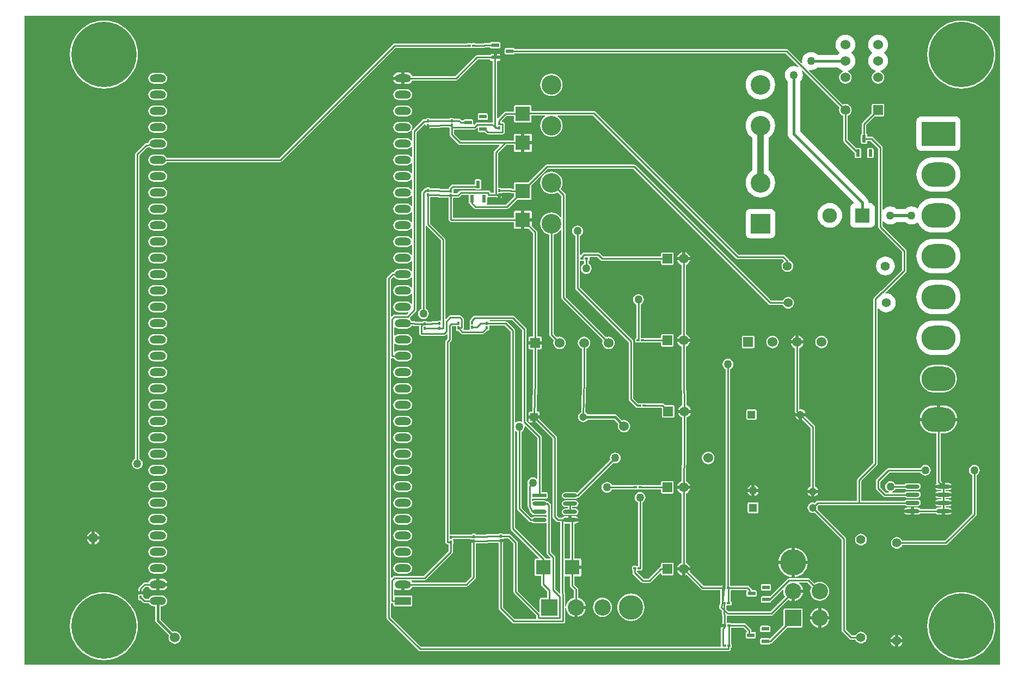
<source format=gtl>
G04 Layer_Physical_Order=1*
G04 Layer_Color=255*
%FSLAX25Y25*%
%MOIN*%
G70*
G01*
G75*
%ADD10O,0.08661X0.02362*%
%ADD11R,0.04528X0.02362*%
%ADD12R,0.01968X0.01181*%
%ADD13R,0.01181X0.01968*%
%ADD14R,0.09055X0.09055*%
%ADD15R,0.02362X0.04528*%
%ADD16R,0.09055X0.09055*%
%ADD17R,0.08661X0.02362*%
%ADD18C,0.01000*%
%ADD19C,0.01500*%
%ADD20C,0.02000*%
%ADD21C,0.04000*%
%ADD22R,0.21000X0.15000*%
%ADD23O,0.21000X0.15000*%
%ADD24C,0.06000*%
%ADD25C,0.16000*%
%ADD26C,0.10000*%
%ADD27R,0.10000X0.10000*%
%ADD28C,0.05512*%
%ADD29O,0.10000X0.05000*%
%ADD30R,0.10000X0.05000*%
%ADD31R,0.09000X0.09000*%
%ADD32C,0.09000*%
%ADD33R,0.06000X0.06000*%
%ADD34R,0.06000X0.06000*%
%ADD35C,0.40000*%
%ADD36C,0.15000*%
%ADD37C,0.12000*%
%ADD38R,0.12000X0.12000*%
%ADD39C,0.04724*%
%ADD40R,0.04724X0.04724*%
%ADD41C,0.05000*%
%ADD42R,0.05000X0.05000*%
G36*
X698674Y101326D02*
X101326D01*
Y498674D01*
X698674D01*
Y101326D01*
D02*
G37*
%LPC*%
G36*
X587225Y206500D02*
X585000D01*
Y204275D01*
X585696Y204563D01*
X586398Y205102D01*
X586937Y205804D01*
X587225Y206500D01*
D02*
G37*
G36*
X546500Y207000D02*
X544126D01*
X544443Y206235D01*
X545004Y205504D01*
X545735Y204943D01*
X546500Y204626D01*
Y207000D01*
D02*
G37*
G36*
X669053Y204500D02*
X663949D01*
X658844D01*
X659227Y203927D01*
X659948Y203446D01*
X660799Y203276D01*
X662623D01*
Y202724D01*
X660799D01*
X659948Y202554D01*
X659227Y202073D01*
X658844Y201500D01*
X663949D01*
X669053D01*
X668671Y202073D01*
X667949Y202554D01*
X667098Y202724D01*
X665274D01*
Y203276D01*
X667098D01*
X667949Y203446D01*
X668671Y203927D01*
X669053Y204500D01*
D02*
G37*
G36*
X583000Y206500D02*
X580775D01*
X581063Y205804D01*
X581602Y205102D01*
X582304Y204563D01*
X583000Y204275D01*
Y206500D01*
D02*
G37*
G36*
X550874Y207000D02*
X548500D01*
Y204626D01*
X549265Y204943D01*
X549996Y205504D01*
X550557Y206235D01*
X550874Y207000D01*
D02*
G37*
G36*
X579725Y253500D02*
X577500D01*
Y251275D01*
X577748Y251378D01*
X582675Y246451D01*
Y210590D01*
X582304Y210437D01*
X581602Y209898D01*
X581063Y209196D01*
X580775Y208500D01*
X584000D01*
X587225D01*
X586937Y209196D01*
X586398Y209898D01*
X585696Y210437D01*
X585325Y210590D01*
Y247000D01*
X585225Y247507D01*
X584937Y247937D01*
X579622Y253252D01*
X579725Y253500D01*
D02*
G37*
G36*
X546500Y211374D02*
X545735Y211057D01*
X545004Y210496D01*
X544443Y209765D01*
X544126Y209000D01*
X546500D01*
Y211374D01*
D02*
G37*
G36*
X663949Y210500D02*
D01*
Y209500D01*
X658844D01*
X659227Y208927D01*
X659948Y208445D01*
X660799Y208276D01*
X662623D01*
Y207724D01*
X660799D01*
X659948Y207555D01*
X659227Y207072D01*
X658844Y206500D01*
X663949D01*
X669053D01*
X668671Y207072D01*
X667949Y207555D01*
X667098Y207724D01*
X665274D01*
Y208276D01*
X667098D01*
X667949Y208445D01*
X668671Y208927D01*
X669053Y209500D01*
X663949D01*
Y210500D01*
D02*
G37*
G36*
X185500Y213828D02*
X180500D01*
X179639Y213715D01*
X178836Y213383D01*
X178146Y212854D01*
X177618Y212164D01*
X177285Y211362D01*
X177172Y210500D01*
X177285Y209639D01*
X177618Y208836D01*
X178146Y208146D01*
X178836Y207617D01*
X179639Y207285D01*
X180500Y207172D01*
X185500D01*
X186362Y207285D01*
X187164Y207617D01*
X187854Y208146D01*
X188382Y208836D01*
X188715Y209639D01*
X188829Y210500D01*
X188715Y211362D01*
X188382Y212164D01*
X187854Y212854D01*
X187164Y213383D01*
X186362Y213715D01*
X185500Y213828D01*
D02*
G37*
G36*
X438650Y202020D02*
X432350D01*
X431577Y201866D01*
X430922Y201428D01*
X430484Y200773D01*
X430331Y200000D01*
X430484Y199227D01*
X430922Y198572D01*
X431577Y198134D01*
X432350Y197980D01*
X434174D01*
Y197020D01*
X432350D01*
X431577Y196866D01*
X430922Y196428D01*
X430484Y195773D01*
X430331Y195000D01*
X430484Y194227D01*
X430922Y193572D01*
X431577Y193134D01*
X432350Y192980D01*
X438650D01*
X439423Y193134D01*
X440078Y193572D01*
X440516Y194227D01*
X440669Y195000D01*
X440516Y195773D01*
X440078Y196428D01*
X439423Y196866D01*
X438650Y197020D01*
X436826D01*
Y197980D01*
X438650D01*
X439423Y198134D01*
X440078Y198572D01*
X440516Y199227D01*
X440669Y200000D01*
X440516Y200773D01*
X440078Y201428D01*
X439423Y201866D01*
X438650Y202020D01*
D02*
G37*
G36*
X644051Y194500D02*
X639947D01*
X640329Y193928D01*
X641051Y193446D01*
X641902Y193276D01*
X644051D01*
Y194500D01*
D02*
G37*
G36*
X185500Y193828D02*
X180500D01*
X179639Y193715D01*
X178836Y193383D01*
X178146Y192854D01*
X177618Y192164D01*
X177285Y191361D01*
X177172Y190500D01*
X177285Y189638D01*
X177618Y188836D01*
X178146Y188146D01*
X178836Y187618D01*
X179639Y187285D01*
X180500Y187171D01*
X185500D01*
X186362Y187285D01*
X187164Y187618D01*
X187854Y188146D01*
X188382Y188836D01*
X188715Y189638D01*
X188829Y190500D01*
X188715Y191361D01*
X188382Y192164D01*
X187854Y192854D01*
X187164Y193383D01*
X186362Y193715D01*
X185500Y193828D01*
D02*
G37*
G36*
X438650Y192224D02*
X436500D01*
Y191000D01*
X440605D01*
X440222Y191572D01*
X439501Y192054D01*
X438650Y192224D01*
D02*
G37*
G36*
X669053Y194500D02*
X664949D01*
Y193276D01*
X667098D01*
X667949Y193446D01*
X668671Y193928D01*
X669053Y194500D01*
D02*
G37*
G36*
Y199500D02*
X663949D01*
X658844D01*
X659227Y198927D01*
X659948Y198445D01*
X660799Y198276D01*
X662623D01*
Y197724D01*
X660799D01*
X659948Y197555D01*
X659227Y197073D01*
X659062Y196826D01*
X649938D01*
X649773Y197073D01*
X649052Y197555D01*
X648201Y197724D01*
X646051D01*
Y195500D01*
Y193276D01*
X648201D01*
X649052Y193446D01*
X649773Y193928D01*
X649938Y194175D01*
X659062D01*
X659227Y193928D01*
X659948Y193446D01*
X660799Y193276D01*
X662949D01*
Y195500D01*
X663949D01*
Y196500D01*
X669053D01*
X668671Y197073D01*
X667949Y197555D01*
X667098Y197724D01*
X665274D01*
Y198276D01*
X667098D01*
X667949Y198445D01*
X668671Y198927D01*
X669053Y199500D01*
D02*
G37*
G36*
X185500Y203829D02*
X180500D01*
X179639Y203715D01*
X178836Y203382D01*
X178146Y202854D01*
X177618Y202164D01*
X177285Y201361D01*
X177172Y200500D01*
X177285Y199638D01*
X177618Y198836D01*
X178146Y198146D01*
X178836Y197617D01*
X179639Y197285D01*
X180500Y197171D01*
X185500D01*
X186362Y197285D01*
X187164Y197617D01*
X187854Y198146D01*
X188382Y198836D01*
X188715Y199638D01*
X188829Y200500D01*
X188715Y201361D01*
X188382Y202164D01*
X187854Y202854D01*
X187164Y203382D01*
X186362Y203715D01*
X185500Y203829D01*
D02*
G37*
G36*
X550000Y200816D02*
X545000D01*
X544688Y200754D01*
X544423Y200577D01*
X544246Y200312D01*
X544184Y200000D01*
Y195000D01*
X544246Y194688D01*
X544423Y194423D01*
X544688Y194246D01*
X545000Y194184D01*
X550000D01*
X550312Y194246D01*
X550577Y194423D01*
X550754Y194688D01*
X550816Y195000D01*
Y200000D01*
X550754Y200312D01*
X550577Y200577D01*
X550312Y200754D01*
X550000Y200816D01*
D02*
G37*
G36*
X644051Y197724D02*
X641902D01*
X641051Y197555D01*
X640329Y197073D01*
X639947Y196500D01*
X644051D01*
Y197724D01*
D02*
G37*
G36*
X444000Y302333D02*
X443008Y302202D01*
X442084Y301819D01*
X441290Y301210D01*
X440681Y300416D01*
X440298Y299492D01*
X440167Y298500D01*
X440298Y297508D01*
X440681Y296584D01*
X441290Y295790D01*
X442084Y295181D01*
X442674Y294936D01*
Y276314D01*
X442236Y255899D01*
X441905Y255762D01*
X441245Y255255D01*
X440738Y254595D01*
X440419Y253825D01*
X440310Y253000D01*
X440419Y252174D01*
X440738Y251405D01*
X441245Y250745D01*
X441905Y250238D01*
X442674Y249919D01*
X443500Y249811D01*
X444325Y249919D01*
X445095Y250238D01*
X445755Y250745D01*
X446262Y251405D01*
X446268Y251420D01*
X462345D01*
X464937Y248828D01*
X464798Y248492D01*
X464667Y247500D01*
X464798Y246508D01*
X465181Y245584D01*
X465790Y244790D01*
X466584Y244181D01*
X467508Y243798D01*
X468500Y243667D01*
X469492Y243798D01*
X470416Y244181D01*
X471210Y244790D01*
X471819Y245584D01*
X472202Y246508D01*
X472333Y247500D01*
X472202Y248492D01*
X471819Y249416D01*
X471210Y250210D01*
X470416Y250819D01*
X469492Y251202D01*
X468500Y251333D01*
X467508Y251202D01*
X467172Y251063D01*
X464117Y254117D01*
X463605Y254460D01*
X463000Y254580D01*
X446268D01*
X446262Y254595D01*
X445755Y255255D01*
X445095Y255762D01*
X444887Y255848D01*
X445325Y276272D01*
X445323Y276286D01*
X445326Y276300D01*
Y294936D01*
X445916Y295181D01*
X446710Y295790D01*
X447319Y296584D01*
X447702Y297508D01*
X447833Y298500D01*
X447702Y299492D01*
X447319Y300416D01*
X446710Y301210D01*
X445916Y301819D01*
X444992Y302202D01*
X444000Y302333D01*
D02*
G37*
G36*
X185500Y253829D02*
X180500D01*
X179639Y253715D01*
X178836Y253382D01*
X178146Y252854D01*
X177618Y252164D01*
X177285Y251361D01*
X177172Y250500D01*
X177285Y249639D01*
X177618Y248836D01*
X178146Y248146D01*
X178836Y247618D01*
X179639Y247285D01*
X180500Y247171D01*
X185500D01*
X186362Y247285D01*
X187164Y247618D01*
X187854Y248146D01*
X188382Y248836D01*
X188715Y249639D01*
X188829Y250500D01*
X188715Y251361D01*
X188382Y252164D01*
X187854Y252854D01*
X187164Y253382D01*
X186362Y253715D01*
X185500Y253829D01*
D02*
G37*
G36*
Y233828D02*
X180500D01*
X179639Y233715D01*
X178836Y233383D01*
X178146Y232854D01*
X177618Y232164D01*
X177285Y231362D01*
X177172Y230500D01*
X177285Y229639D01*
X177618Y228836D01*
X178146Y228146D01*
X178836Y227618D01*
X179639Y227285D01*
X180500Y227171D01*
X185500D01*
X186362Y227285D01*
X187164Y227618D01*
X187854Y228146D01*
X188382Y228836D01*
X188715Y229639D01*
X188829Y230500D01*
X188715Y231362D01*
X188382Y232164D01*
X187854Y232854D01*
X187164Y233383D01*
X186362Y233715D01*
X185500Y233828D01*
D02*
G37*
G36*
Y243829D02*
X180500D01*
X179639Y243715D01*
X178836Y243383D01*
X178146Y242854D01*
X177618Y242164D01*
X177285Y241361D01*
X177172Y240500D01*
X177285Y239638D01*
X177618Y238836D01*
X178146Y238146D01*
X178836Y237617D01*
X179639Y237285D01*
X180500Y237172D01*
X185500D01*
X186362Y237285D01*
X187164Y237617D01*
X187854Y238146D01*
X188382Y238836D01*
X188715Y239638D01*
X188829Y240500D01*
X188715Y241361D01*
X188382Y242164D01*
X187854Y242854D01*
X187164Y243383D01*
X186362Y243715D01*
X185500Y243829D01*
D02*
G37*
G36*
X412500Y252000D02*
X410118D01*
Y250638D01*
X410196Y250248D01*
X410417Y249917D01*
X410748Y249696D01*
X411138Y249618D01*
X412500D01*
Y252000D01*
D02*
G37*
G36*
X660000Y260092D02*
X658000D01*
X656334Y259928D01*
X654732Y259442D01*
X653255Y258653D01*
X651961Y257591D01*
X650898Y256296D01*
X650109Y254820D01*
X649623Y253218D01*
X649557Y252551D01*
X660000D01*
Y260092D01*
D02*
G37*
G36*
X664000D02*
X662000D01*
Y252551D01*
X672443D01*
X672377Y253218D01*
X671891Y254820D01*
X671102Y256296D01*
X670040Y257591D01*
X668745Y258653D01*
X667269Y259442D01*
X665666Y259928D01*
X664000Y260092D01*
D02*
G37*
G36*
X575500Y253500D02*
X573275D01*
X573563Y252804D01*
X574102Y252102D01*
X574804Y251563D01*
X575500Y251275D01*
Y253500D01*
D02*
G37*
G36*
X548862Y257678D02*
X544138D01*
X543826Y257616D01*
X543561Y257439D01*
X543384Y257174D01*
X543322Y256862D01*
Y252138D01*
X543384Y251826D01*
X543561Y251561D01*
X543826Y251384D01*
X544138Y251322D01*
X548862D01*
X549174Y251384D01*
X549439Y251561D01*
X549616Y251826D01*
X549678Y252138D01*
Y256862D01*
X549616Y257174D01*
X549439Y257439D01*
X549174Y257616D01*
X548862Y257678D01*
D02*
G37*
G36*
X498000Y213816D02*
X492000D01*
X491688Y213754D01*
X491423Y213577D01*
X491246Y213312D01*
X491184Y213000D01*
Y211326D01*
X479580D01*
X479552Y211344D01*
X479240Y211406D01*
X477272D01*
X476960Y211344D01*
X476878Y211290D01*
X476796Y211344D01*
X476484Y211406D01*
X474516D01*
X474204Y211344D01*
X474176Y211326D01*
X461123D01*
X460983Y211664D01*
X460454Y212354D01*
X459764Y212882D01*
X458961Y213215D01*
X458100Y213329D01*
X457238Y213215D01*
X456436Y212882D01*
X455746Y212354D01*
X455218Y211664D01*
X454885Y210861D01*
X454772Y210000D01*
X454885Y209138D01*
X455218Y208336D01*
X455746Y207646D01*
X456436Y207118D01*
X457238Y206785D01*
X458100Y206672D01*
X458961Y206785D01*
X459764Y207118D01*
X460454Y207646D01*
X460983Y208336D01*
X461123Y208675D01*
X474176D01*
X474204Y208656D01*
X474516Y208594D01*
X476484D01*
X476796Y208656D01*
X476878Y208710D01*
X476960Y208656D01*
X477272Y208594D01*
X479240D01*
X479552Y208656D01*
X479580Y208675D01*
X491184D01*
Y207000D01*
X491246Y206688D01*
X491423Y206423D01*
X491688Y206246D01*
X492000Y206184D01*
X498000D01*
X498312Y206246D01*
X498577Y206423D01*
X498754Y206688D01*
X498816Y207000D01*
Y213000D01*
X498754Y213312D01*
X498577Y213577D01*
X498312Y213754D01*
X498000Y213816D01*
D02*
G37*
G36*
X672443Y250551D02*
X649557D01*
X649623Y249885D01*
X650109Y248283D01*
X650898Y246806D01*
X651961Y245512D01*
X653255Y244449D01*
X654732Y243660D01*
X656334Y243174D01*
X658000Y243010D01*
X659675D01*
Y213449D01*
X659775Y212942D01*
X659592Y212316D01*
X659227Y212072D01*
X658844Y211500D01*
X662949D01*
Y213374D01*
X662325Y213998D01*
Y243010D01*
X664000D01*
X665666Y243174D01*
X667269Y243660D01*
X668745Y244449D01*
X670040Y245512D01*
X671102Y246806D01*
X671891Y248283D01*
X672377Y249885D01*
X672443Y250551D01*
D02*
G37*
G36*
X548500Y211374D02*
Y209000D01*
X550874D01*
X550557Y209765D01*
X549996Y210496D01*
X549265Y211057D01*
X548500Y211374D01*
D02*
G37*
G36*
X509403Y255500D02*
X505500D01*
X501597D01*
X501603Y255456D01*
X502006Y254483D01*
X502647Y253647D01*
X503483Y253006D01*
X504175Y252719D01*
Y233814D01*
X503754Y213814D01*
X502983Y213494D01*
X502147Y212853D01*
X501506Y212017D01*
X501103Y211044D01*
X501097Y211000D01*
X505000D01*
X508903D01*
X508897Y211044D01*
X508494Y212017D01*
X507853Y212853D01*
X507017Y213494D01*
X506404Y213748D01*
X506825Y233772D01*
X506823Y233786D01*
X506825Y233800D01*
Y252719D01*
X507517Y253006D01*
X508353Y253647D01*
X508994Y254483D01*
X509397Y255456D01*
X509403Y255500D01*
D02*
G37*
G36*
X667098Y212724D02*
X664949D01*
Y211500D01*
X669053D01*
X668671Y212072D01*
X667949Y212555D01*
X667098Y212724D01*
D02*
G37*
G36*
X520000Y231833D02*
X519008Y231702D01*
X518084Y231319D01*
X517290Y230710D01*
X516681Y229916D01*
X516298Y228992D01*
X516167Y228000D01*
X516298Y227008D01*
X516681Y226084D01*
X517290Y225290D01*
X518084Y224681D01*
X519008Y224298D01*
X520000Y224167D01*
X520992Y224298D01*
X521916Y224681D01*
X522710Y225290D01*
X523319Y226084D01*
X523702Y227008D01*
X523833Y228000D01*
X523702Y228992D01*
X523319Y229916D01*
X522710Y230710D01*
X521916Y231319D01*
X520992Y231702D01*
X520000Y231833D01*
D02*
G37*
G36*
X463200Y231329D02*
X462338Y231215D01*
X461536Y230883D01*
X460846Y230354D01*
X460318Y229664D01*
X459985Y228861D01*
X459871Y228000D01*
X459985Y227138D01*
X460125Y226800D01*
X439884Y206558D01*
X439423Y206866D01*
X438650Y207020D01*
X432350D01*
X431577Y206866D01*
X430922Y206428D01*
X430484Y205773D01*
X430331Y205000D01*
X430484Y204227D01*
X430922Y203572D01*
X431577Y203134D01*
X432350Y202980D01*
X438650D01*
X439423Y203134D01*
X440078Y203572D01*
X440147Y203675D01*
X440200D01*
X440707Y203775D01*
X441137Y204063D01*
X462000Y224925D01*
X462338Y224785D01*
X463200Y224672D01*
X464061Y224785D01*
X464864Y225117D01*
X465554Y225646D01*
X466082Y226336D01*
X466415Y227138D01*
X466529Y228000D01*
X466415Y228861D01*
X466082Y229664D01*
X465554Y230354D01*
X464864Y230883D01*
X464061Y231215D01*
X463200Y231329D01*
D02*
G37*
G36*
X185500Y223829D02*
X180500D01*
X179639Y223715D01*
X178836Y223382D01*
X178146Y222854D01*
X177618Y222164D01*
X177285Y221361D01*
X177172Y220500D01*
X177285Y219638D01*
X177618Y218836D01*
X178146Y218146D01*
X178836Y217618D01*
X179639Y217285D01*
X180500Y217172D01*
X185500D01*
X186362Y217285D01*
X187164Y217618D01*
X187854Y218146D01*
X188382Y218836D01*
X188715Y219638D01*
X188829Y220500D01*
X188715Y221361D01*
X188382Y222164D01*
X187854Y222854D01*
X187164Y223382D01*
X186362Y223715D01*
X185500Y223829D01*
D02*
G37*
G36*
X653000D02*
X652139Y223715D01*
X651336Y223382D01*
X650646Y222854D01*
X650117Y222164D01*
X649977Y221826D01*
X630500D01*
X629993Y221725D01*
X629563Y221437D01*
X623063Y214937D01*
X622775Y214507D01*
X622675Y214000D01*
Y209500D01*
X622775Y208993D01*
X623063Y208563D01*
X627063Y204563D01*
X627493Y204275D01*
X628000Y204174D01*
X640405D01*
X640473Y204072D01*
X641129Y203634D01*
X641902Y203480D01*
X648201D01*
X648974Y203634D01*
X649629Y204072D01*
X650067Y204727D01*
X650221Y205500D01*
X650067Y206273D01*
X649629Y206928D01*
X648974Y207366D01*
X648201Y207520D01*
X641902D01*
X641129Y207366D01*
X640473Y206928D01*
X640405Y206825D01*
X632659D01*
X632559Y207326D01*
X633264Y207617D01*
X633954Y208146D01*
X634482Y208836D01*
X634623Y209174D01*
X640405D01*
X640473Y209072D01*
X641129Y208634D01*
X641902Y208480D01*
X648201D01*
X648974Y208634D01*
X649629Y209072D01*
X650067Y209727D01*
X650221Y210500D01*
X650067Y211273D01*
X649629Y211928D01*
X648974Y212366D01*
X648201Y212520D01*
X641902D01*
X641129Y212366D01*
X640473Y211928D01*
X640405Y211825D01*
X634623D01*
X634482Y212164D01*
X633954Y212854D01*
X633264Y213383D01*
X632462Y213715D01*
X631600Y213828D01*
X630738Y213715D01*
X629936Y213383D01*
X629246Y212854D01*
X628718Y212164D01*
X628385Y211362D01*
X628271Y210500D01*
X628385Y209639D01*
X628718Y208836D01*
X629246Y208146D01*
X629936Y207617D01*
X630641Y207326D01*
X630541Y206825D01*
X628549D01*
X625325Y210049D01*
Y213451D01*
X631049Y219175D01*
X649977D01*
X650117Y218836D01*
X650646Y218146D01*
X651336Y217618D01*
X652139Y217285D01*
X653000Y217172D01*
X653862Y217285D01*
X654664Y217618D01*
X655354Y218146D01*
X655883Y218836D01*
X656215Y219638D01*
X656328Y220500D01*
X656215Y221361D01*
X655883Y222164D01*
X655354Y222854D01*
X654664Y223382D01*
X653862Y223715D01*
X653000Y223829D01*
D02*
G37*
G36*
X144500Y182903D02*
Y180000D01*
X147403D01*
X147397Y180044D01*
X146994Y181017D01*
X146353Y181853D01*
X145517Y182494D01*
X144544Y182897D01*
X144500Y182903D01*
D02*
G37*
G36*
X472700Y144891D02*
X471073Y144731D01*
X469508Y144256D01*
X468067Y143486D01*
X466803Y142449D01*
X465765Y141185D01*
X464995Y139743D01*
X464520Y138178D01*
X464360Y136551D01*
X464520Y134924D01*
X464995Y133360D01*
X465765Y131918D01*
X466803Y130654D01*
X468067Y129617D01*
X469508Y128846D01*
X471073Y128371D01*
X472700Y128211D01*
X474327Y128371D01*
X475892Y128846D01*
X477333Y129617D01*
X478597Y130654D01*
X479635Y131918D01*
X480405Y133360D01*
X480880Y134924D01*
X481040Y136551D01*
X480880Y138178D01*
X480405Y139743D01*
X479635Y141185D01*
X478597Y142449D01*
X477333Y143486D01*
X475892Y144256D01*
X474327Y144731D01*
X472700Y144891D01*
D02*
G37*
G36*
X444931Y135551D02*
X440000D01*
Y130621D01*
X440176Y130638D01*
X441307Y130981D01*
X442349Y131538D01*
X443263Y132288D01*
X444013Y133202D01*
X444570Y134244D01*
X444913Y135375D01*
X444931Y135551D01*
D02*
G37*
G36*
X587300Y129000D02*
X582370D01*
X582387Y128824D01*
X582730Y127693D01*
X583287Y126651D01*
X584037Y125737D01*
X584950Y124987D01*
X585993Y124430D01*
X587124Y124087D01*
X587300Y124069D01*
Y129000D01*
D02*
G37*
G36*
X594231D02*
X589300D01*
Y124069D01*
X589476Y124087D01*
X590607Y124430D01*
X591649Y124987D01*
X592563Y125737D01*
X593313Y126651D01*
X593870Y127693D01*
X594213Y128824D01*
X594231Y129000D01*
D02*
G37*
G36*
X455300Y142379D02*
X454163Y142267D01*
X453070Y141936D01*
X452062Y141397D01*
X451179Y140672D01*
X450454Y139789D01*
X449916Y138781D01*
X449584Y137688D01*
X449472Y136551D01*
X449584Y135414D01*
X449916Y134321D01*
X450454Y133313D01*
X451179Y132430D01*
X452062Y131705D01*
X453070Y131167D01*
X454163Y130835D01*
X455300Y130723D01*
X456437Y130835D01*
X457530Y131167D01*
X458538Y131705D01*
X459421Y132430D01*
X460146Y133313D01*
X460684Y134321D01*
X461016Y135414D01*
X461128Y136551D01*
X461016Y137688D01*
X460684Y138781D01*
X460146Y139789D01*
X459421Y140672D01*
X458538Y141397D01*
X457530Y141936D01*
X456437Y142267D01*
X455300Y142379D01*
D02*
G37*
G36*
X577930Y145300D02*
X573000D01*
Y140369D01*
X573176Y140387D01*
X574307Y140730D01*
X575350Y141287D01*
X576263Y142037D01*
X577013Y142950D01*
X577570Y143993D01*
X577913Y145124D01*
X577930Y145300D01*
D02*
G37*
G36*
X557693Y150737D02*
X553165D01*
X552853Y150675D01*
X552589Y150498D01*
X552412Y150233D01*
X552350Y149921D01*
Y147559D01*
X552412Y147247D01*
X552589Y146982D01*
X552853Y146806D01*
X553165Y146743D01*
X557693D01*
X558005Y146806D01*
X558270Y146982D01*
X558447Y147247D01*
X558509Y147559D01*
Y149921D01*
X558447Y150233D01*
X558270Y150498D01*
X558005Y150675D01*
X557693Y150737D01*
D02*
G37*
G36*
X587300Y135931D02*
X587124Y135913D01*
X585993Y135570D01*
X584950Y135013D01*
X584037Y134263D01*
X583287Y133350D01*
X582730Y132307D01*
X582387Y131176D01*
X582370Y131000D01*
X587300D01*
Y135931D01*
D02*
G37*
G36*
X589300D02*
Y131000D01*
X594231D01*
X594213Y131176D01*
X593870Y132307D01*
X593313Y133350D01*
X592563Y134263D01*
X591649Y135013D01*
X590607Y135570D01*
X589476Y135913D01*
X589300Y135931D01*
D02*
G37*
G36*
X634500Y115000D02*
X631849D01*
X632219Y114106D01*
X632821Y113321D01*
X633606Y112719D01*
X634500Y112349D01*
Y115000D01*
D02*
G37*
G36*
X639151D02*
X636500D01*
Y112349D01*
X637394Y112719D01*
X638179Y113321D01*
X638781Y114106D01*
X639151Y115000D01*
D02*
G37*
G36*
X150000Y145845D02*
X147279Y145666D01*
X144605Y145134D01*
X142023Y144258D01*
X139578Y143052D01*
X137311Y141537D01*
X135261Y139739D01*
X133463Y137689D01*
X131948Y135422D01*
X130742Y132977D01*
X129866Y130395D01*
X129334Y127721D01*
X129155Y125000D01*
X129334Y122279D01*
X129866Y119605D01*
X130742Y117023D01*
X131948Y114578D01*
X133463Y112311D01*
X135261Y110261D01*
X137311Y108463D01*
X139578Y106948D01*
X142023Y105742D01*
X144605Y104866D01*
X147279Y104334D01*
X150000Y104155D01*
X152721Y104334D01*
X155395Y104866D01*
X157977Y105742D01*
X160422Y106948D01*
X162689Y108463D01*
X164739Y110261D01*
X166537Y112311D01*
X168052Y114578D01*
X169258Y117023D01*
X170134Y119605D01*
X170666Y122279D01*
X170845Y125000D01*
X170666Y127721D01*
X170134Y130395D01*
X169258Y132977D01*
X168052Y135422D01*
X166537Y137689D01*
X164739Y139739D01*
X162689Y141537D01*
X160422Y143052D01*
X157977Y144258D01*
X155395Y145134D01*
X152721Y145666D01*
X150000Y145845D01*
D02*
G37*
G36*
X675000D02*
X672279Y145666D01*
X669605Y145134D01*
X667023Y144258D01*
X664578Y143052D01*
X662311Y141537D01*
X660261Y139739D01*
X658463Y137689D01*
X656948Y135422D01*
X655742Y132977D01*
X654866Y130395D01*
X654334Y127721D01*
X654155Y125000D01*
X654334Y122279D01*
X654866Y119605D01*
X655742Y117023D01*
X656948Y114578D01*
X658463Y112311D01*
X660261Y110261D01*
X662311Y108463D01*
X664578Y106948D01*
X667023Y105742D01*
X669605Y104866D01*
X672279Y104334D01*
X675000Y104155D01*
X677721Y104334D01*
X680395Y104866D01*
X682977Y105742D01*
X685422Y106948D01*
X687689Y108463D01*
X689739Y110261D01*
X691537Y112311D01*
X693052Y114578D01*
X694258Y117023D01*
X695134Y119605D01*
X695666Y122279D01*
X695845Y125000D01*
X695666Y127721D01*
X695134Y130395D01*
X694258Y132977D01*
X693052Y135422D01*
X691537Y137689D01*
X689739Y139739D01*
X687689Y141537D01*
X685422Y143052D01*
X682977Y144258D01*
X680395Y145134D01*
X677721Y145666D01*
X675000Y145845D01*
D02*
G37*
G36*
X173091Y144422D02*
X171909D01*
X171688Y144378D01*
X170893D01*
X170967Y144004D01*
X171126Y143767D01*
X171094Y143606D01*
Y141638D01*
X171156Y141326D01*
X171333Y141061D01*
X171597Y140884D01*
X171909Y140822D01*
X172425D01*
X173685Y139563D01*
X174115Y139275D01*
X174622Y139174D01*
X177477D01*
X177618Y138836D01*
X178146Y138146D01*
X178836Y137618D01*
X179639Y137285D01*
X180500Y137171D01*
X181420D01*
Y128500D01*
X181540Y127895D01*
X181883Y127383D01*
X189937Y119328D01*
X189798Y118992D01*
X189667Y118000D01*
X189798Y117008D01*
X190181Y116084D01*
X190790Y115290D01*
X191584Y114681D01*
X192508Y114298D01*
X193500Y114167D01*
X194492Y114298D01*
X195416Y114681D01*
X196210Y115290D01*
X196819Y116084D01*
X197202Y117008D01*
X197333Y118000D01*
X197202Y118992D01*
X196819Y119916D01*
X196210Y120710D01*
X195416Y121319D01*
X194492Y121702D01*
X193500Y121833D01*
X192508Y121702D01*
X192172Y121563D01*
X184580Y129155D01*
Y137171D01*
X185500D01*
X186362Y137285D01*
X187164Y137618D01*
X187854Y138146D01*
X188382Y138836D01*
X188715Y139638D01*
X188829Y140500D01*
X188715Y141361D01*
X188382Y142164D01*
X187854Y142854D01*
X187164Y143383D01*
X186362Y143715D01*
X185500Y143828D01*
X180500D01*
X179639Y143715D01*
X178836Y143383D01*
X178146Y142854D01*
X177618Y142164D01*
X177477Y141825D01*
X175171D01*
X173906Y143090D01*
Y143606D01*
X173874Y143767D01*
X174032Y144004D01*
X174107Y144378D01*
X173312D01*
X173091Y144422D01*
D02*
G37*
G36*
X577000Y135816D02*
X567000D01*
X566688Y135754D01*
X566423Y135577D01*
X566246Y135312D01*
X566184Y135000D01*
Y125759D01*
X557928Y117502D01*
X557770Y117518D01*
X557505Y117694D01*
X557193Y117757D01*
X552665D01*
X552353Y117694D01*
X552089Y117518D01*
X551912Y117253D01*
X551850Y116941D01*
Y114579D01*
X551912Y114267D01*
X552089Y114002D01*
X552353Y113825D01*
X552665Y113763D01*
X557193D01*
X557505Y113825D01*
X557770Y114002D01*
X557947Y114267D01*
X557980Y114434D01*
X558060D01*
X558567Y114535D01*
X558997Y114823D01*
X568359Y124184D01*
X577000D01*
X577312Y124246D01*
X577577Y124423D01*
X577754Y124688D01*
X577816Y125000D01*
Y135000D01*
X577754Y135312D01*
X577577Y135577D01*
X577312Y135754D01*
X577000Y135816D01*
D02*
G37*
G36*
X557193Y125237D02*
X552665D01*
X552353Y125175D01*
X552089Y124998D01*
X551912Y124733D01*
X551850Y124421D01*
Y122059D01*
X551912Y121747D01*
X552089Y121482D01*
X552353Y121306D01*
X552665Y121243D01*
X557193D01*
X557505Y121306D01*
X557770Y121482D01*
X557947Y121747D01*
X558009Y122059D01*
Y124421D01*
X557947Y124733D01*
X557770Y124998D01*
X557505Y125175D01*
X557193Y125237D01*
D02*
G37*
G36*
X634500Y119651D02*
X633606Y119281D01*
X632821Y118679D01*
X632219Y117894D01*
X631849Y117000D01*
X634500D01*
Y119651D01*
D02*
G37*
G36*
X636500D02*
Y117000D01*
X639151D01*
X638781Y117894D01*
X638179Y118679D01*
X637394Y119281D01*
X636500Y119651D01*
D02*
G37*
G36*
X185500Y173828D02*
X180500D01*
X179639Y173715D01*
X178836Y173382D01*
X178146Y172854D01*
X177618Y172164D01*
X177285Y171361D01*
X177172Y170500D01*
X177285Y169639D01*
X177618Y168836D01*
X178146Y168146D01*
X178836Y167617D01*
X179639Y167285D01*
X180500Y167172D01*
X185500D01*
X186362Y167285D01*
X187164Y167617D01*
X187854Y168146D01*
X188382Y168836D01*
X188715Y169639D01*
X188829Y170500D01*
X188715Y171361D01*
X188382Y172164D01*
X187854Y172854D01*
X187164Y173382D01*
X186362Y173715D01*
X185500Y173828D01*
D02*
G37*
G36*
X613500Y181587D02*
X612572Y181464D01*
X611707Y181106D01*
X610964Y180536D01*
X610394Y179793D01*
X610036Y178928D01*
X609913Y178000D01*
X610036Y177072D01*
X610394Y176207D01*
X610964Y175464D01*
X611707Y174894D01*
X612572Y174536D01*
X613500Y174413D01*
X614428Y174536D01*
X615293Y174894D01*
X616036Y175464D01*
X616606Y176207D01*
X616964Y177072D01*
X617087Y178000D01*
X616964Y178928D01*
X616606Y179793D01*
X616036Y180536D01*
X615293Y181106D01*
X614428Y181464D01*
X613500Y181587D01*
D02*
G37*
G36*
X571000Y172945D02*
X570236Y172870D01*
X568539Y172355D01*
X566976Y171519D01*
X565605Y170395D01*
X564481Y169024D01*
X563645Y167461D01*
X563130Y165764D01*
X563055Y165000D01*
X571000D01*
Y172945D01*
D02*
G37*
G36*
X573000D02*
Y165000D01*
X580945D01*
X580870Y165764D01*
X580355Y167461D01*
X579519Y169024D01*
X578395Y170395D01*
X577024Y171519D01*
X575461Y172355D01*
X573764Y172870D01*
X573000Y172945D01*
D02*
G37*
G36*
X142500Y178000D02*
X139597D01*
X139603Y177956D01*
X140006Y176983D01*
X140647Y176147D01*
X141483Y175506D01*
X142456Y175103D01*
X142500Y175097D01*
Y178000D01*
D02*
G37*
G36*
X683000Y223829D02*
X682138Y223715D01*
X681336Y223382D01*
X680646Y222854D01*
X680118Y222164D01*
X679785Y221361D01*
X679671Y220500D01*
X679785Y219638D01*
X680118Y218836D01*
X680646Y218146D01*
X681336Y217618D01*
X681674Y217477D01*
Y194049D01*
X664951Y177325D01*
X638800D01*
X638606Y177793D01*
X638036Y178536D01*
X637293Y179106D01*
X636428Y179464D01*
X635500Y179587D01*
X634572Y179464D01*
X633707Y179106D01*
X632964Y178536D01*
X632394Y177793D01*
X632036Y176928D01*
X631913Y176000D01*
X632036Y175072D01*
X632394Y174207D01*
X632964Y173464D01*
X633707Y172894D01*
X634572Y172536D01*
X635500Y172413D01*
X636428Y172536D01*
X637293Y172894D01*
X638036Y173464D01*
X638606Y174207D01*
X638800Y174674D01*
X665500D01*
X666007Y174775D01*
X666437Y175063D01*
X683937Y192563D01*
X684225Y192993D01*
X684326Y193500D01*
Y217477D01*
X684664Y217618D01*
X685354Y218146D01*
X685883Y218836D01*
X686215Y219638D01*
X686329Y220500D01*
X686215Y221361D01*
X685883Y222164D01*
X685354Y222854D01*
X684664Y223382D01*
X683861Y223715D01*
X683000Y223829D01*
D02*
G37*
G36*
X142500Y182903D02*
X142456Y182897D01*
X141483Y182494D01*
X140647Y181853D01*
X140006Y181017D01*
X139603Y180044D01*
X139597Y180000D01*
X142500D01*
Y182903D01*
D02*
G37*
G36*
X147403Y178000D02*
X144500D01*
Y175097D01*
X144544Y175103D01*
X145517Y175506D01*
X146353Y176147D01*
X146994Y176983D01*
X147397Y177956D01*
X147403Y178000D01*
D02*
G37*
G36*
X185500Y183828D02*
X180500D01*
X179639Y183715D01*
X178836Y183382D01*
X178146Y182854D01*
X177618Y182164D01*
X177285Y181361D01*
X177172Y180500D01*
X177285Y179639D01*
X177618Y178836D01*
X178146Y178146D01*
X178836Y177618D01*
X179639Y177285D01*
X180500Y177172D01*
X185500D01*
X186362Y177285D01*
X187164Y177618D01*
X187854Y178146D01*
X188382Y178836D01*
X188715Y179639D01*
X188829Y180500D01*
X188715Y181361D01*
X188382Y182164D01*
X187854Y182854D01*
X187164Y183382D01*
X186362Y183715D01*
X185500Y183828D01*
D02*
G37*
G36*
Y154030D02*
X184000D01*
Y151500D01*
X188874D01*
X188557Y152265D01*
X187996Y152996D01*
X187265Y153557D01*
X186414Y153910D01*
X185500Y154030D01*
D02*
G37*
G36*
X571000Y163000D02*
X563055D01*
X563130Y162236D01*
X563645Y160539D01*
X564481Y158976D01*
X565605Y157605D01*
X566976Y156481D01*
X568539Y155645D01*
X570236Y155130D01*
X571000Y155055D01*
Y163000D01*
D02*
G37*
G36*
X182000Y154030D02*
X180500D01*
X179586Y153910D01*
X178735Y153557D01*
X178004Y152996D01*
X177443Y152265D01*
X177261Y151825D01*
X175000D01*
X174493Y151725D01*
X174063Y151437D01*
X171563Y148937D01*
X171275Y148507D01*
X171175Y148000D01*
Y147062D01*
X170967Y146752D01*
X170893Y146378D01*
X174107D01*
X174032Y146752D01*
X173826Y147062D01*
Y147451D01*
X175549Y149174D01*
X177261D01*
X177443Y148735D01*
X178004Y148004D01*
X178735Y147443D01*
X179586Y147090D01*
X180500Y146970D01*
X182000D01*
Y150500D01*
Y154030D01*
D02*
G37*
G36*
X188874Y149500D02*
X184000D01*
Y146970D01*
X185500D01*
X186414Y147090D01*
X187265Y147443D01*
X187996Y148004D01*
X188557Y148735D01*
X188874Y149500D01*
D02*
G37*
G36*
X580945Y163000D02*
X573000D01*
Y155055D01*
X573764Y155130D01*
X575461Y155645D01*
X577024Y156481D01*
X578395Y157605D01*
X579519Y158976D01*
X580355Y160539D01*
X580870Y162236D01*
X580945Y163000D01*
D02*
G37*
G36*
X508903Y209000D02*
X505000D01*
X501097D01*
X501103Y208956D01*
X501506Y207983D01*
X502147Y207147D01*
X502983Y206506D01*
X503675Y206220D01*
Y163780D01*
X502983Y163494D01*
X502147Y162853D01*
X501506Y162017D01*
X501103Y161044D01*
X501097Y161000D01*
X505000D01*
X508903D01*
X508897Y161044D01*
X508494Y162017D01*
X507853Y162853D01*
X507017Y163494D01*
X506325Y163780D01*
Y206220D01*
X507017Y206506D01*
X507853Y207147D01*
X508494Y207983D01*
X508897Y208956D01*
X508903Y209000D01*
D02*
G37*
G36*
X478300Y207129D02*
X477438Y207015D01*
X476636Y206682D01*
X475946Y206154D01*
X475418Y205464D01*
X475085Y204661D01*
X474971Y203800D01*
X475085Y202939D01*
X475418Y202136D01*
X475946Y201446D01*
X476636Y200918D01*
X476974Y200777D01*
Y161906D01*
X476894D01*
X476582Y161844D01*
X476500Y161790D01*
X476418Y161844D01*
X476106Y161906D01*
X474138D01*
X473826Y161844D01*
X473561Y161667D01*
X473384Y161403D01*
X473322Y161091D01*
Y159909D01*
X473384Y159597D01*
X473561Y159333D01*
X473774Y159190D01*
Y157700D01*
X473875Y157193D01*
X474163Y156763D01*
X479063Y151863D01*
X479493Y151575D01*
X480000Y151474D01*
X484000D01*
X484507Y151575D01*
X484937Y151863D01*
X490722Y157648D01*
X491184Y157457D01*
Y157000D01*
X491246Y156688D01*
X491423Y156423D01*
X491688Y156246D01*
X492000Y156184D01*
X498000D01*
X498312Y156246D01*
X498577Y156423D01*
X498754Y156688D01*
X498816Y157000D01*
Y163000D01*
X498754Y163312D01*
X498577Y163577D01*
X498312Y163754D01*
X498000Y163816D01*
X492000D01*
X491688Y163754D01*
X491423Y163577D01*
X491246Y163312D01*
X491184Y163000D01*
Y161322D01*
X490693Y161225D01*
X490263Y160937D01*
X483451Y154125D01*
X480549D01*
X476447Y158228D01*
X476461Y158734D01*
X476894Y159094D01*
X478862D01*
X479174Y159156D01*
X479439Y159333D01*
X479616Y159597D01*
X479678Y159909D01*
Y161091D01*
X479626Y161354D01*
Y200777D01*
X479964Y200918D01*
X480654Y201446D01*
X481182Y202136D01*
X481515Y202939D01*
X481629Y203800D01*
X481515Y204661D01*
X481182Y205464D01*
X480654Y206154D01*
X479964Y206682D01*
X479162Y207015D01*
X478300Y207129D01*
D02*
G37*
G36*
X504000Y159000D02*
X501097D01*
X501103Y158956D01*
X501506Y157983D01*
X502147Y157147D01*
X502983Y156506D01*
X503956Y156103D01*
X504000Y156097D01*
Y159000D01*
D02*
G37*
G36*
X185500Y163829D02*
X180500D01*
X179639Y163715D01*
X178836Y163382D01*
X178146Y162854D01*
X177618Y162164D01*
X177285Y161362D01*
X177172Y160500D01*
X177285Y159639D01*
X177618Y158836D01*
X178146Y158146D01*
X178836Y157617D01*
X179639Y157285D01*
X180500Y157171D01*
X185500D01*
X186362Y157285D01*
X187164Y157617D01*
X187854Y158146D01*
X188382Y158836D01*
X188715Y159639D01*
X188829Y160500D01*
X188715Y161362D01*
X188382Y162164D01*
X187854Y162854D01*
X187164Y163382D01*
X186362Y163715D01*
X185500Y163829D01*
D02*
G37*
G36*
Y393829D02*
X180500D01*
X179639Y393715D01*
X178836Y393383D01*
X178146Y392854D01*
X177618Y392164D01*
X177285Y391361D01*
X177172Y390500D01*
X177285Y389638D01*
X177618Y388836D01*
X178146Y388146D01*
X178836Y387617D01*
X179639Y387285D01*
X180500Y387172D01*
X185500D01*
X186362Y387285D01*
X187164Y387617D01*
X187854Y388146D01*
X188382Y388836D01*
X188715Y389638D01*
X188829Y390500D01*
X188715Y391361D01*
X188382Y392164D01*
X187854Y392854D01*
X187164Y393383D01*
X186362Y393715D01*
X185500Y393829D01*
D02*
G37*
G36*
X552000Y440544D02*
X550236Y440370D01*
X548539Y439855D01*
X546976Y439019D01*
X545605Y437895D01*
X544481Y436524D01*
X543645Y434961D01*
X543130Y433264D01*
X542956Y431500D01*
X543130Y429736D01*
X543645Y428039D01*
X544481Y426476D01*
X545605Y425105D01*
X546957Y423996D01*
Y404004D01*
X545605Y402895D01*
X544481Y401524D01*
X543645Y399961D01*
X543130Y398264D01*
X542956Y396500D01*
X543130Y394736D01*
X543645Y393039D01*
X544481Y391476D01*
X545605Y390105D01*
X546976Y388981D01*
X548539Y388145D01*
X550236Y387630D01*
X552000Y387456D01*
X553764Y387630D01*
X555461Y388145D01*
X557024Y388981D01*
X558395Y390105D01*
X559519Y391476D01*
X560355Y393039D01*
X560870Y394736D01*
X561044Y396500D01*
X560870Y398264D01*
X560355Y399961D01*
X559519Y401524D01*
X558395Y402895D01*
X557043Y404004D01*
Y423996D01*
X558395Y425105D01*
X559519Y426476D01*
X560355Y428039D01*
X560870Y429736D01*
X561044Y431500D01*
X560870Y433264D01*
X560355Y434961D01*
X559519Y436524D01*
X558395Y437895D01*
X557024Y439019D01*
X555461Y439855D01*
X553764Y440370D01*
X552000Y440544D01*
D02*
G37*
G36*
X424000Y403333D02*
X422667Y403202D01*
X421385Y402813D01*
X420204Y402181D01*
X419168Y401332D01*
X418319Y400296D01*
X417687Y399115D01*
X417298Y397833D01*
X417167Y396500D01*
X417298Y395167D01*
X417687Y393885D01*
X418319Y392704D01*
X419168Y391668D01*
X420204Y390819D01*
X421385Y390187D01*
X422667Y389798D01*
X424000Y389667D01*
X425333Y389798D01*
X426615Y390187D01*
X427796Y390819D01*
X427802Y390824D01*
X430174Y388451D01*
Y375505D01*
X429717Y375301D01*
X429674Y375305D01*
X428832Y376332D01*
X427796Y377181D01*
X426615Y377813D01*
X425333Y378202D01*
X424000Y378333D01*
X422667Y378202D01*
X421385Y377813D01*
X420204Y377181D01*
X419168Y376332D01*
X418319Y375296D01*
X417687Y374115D01*
X417298Y372833D01*
X417167Y371500D01*
X417298Y370167D01*
X417687Y368885D01*
X418319Y367704D01*
X419168Y366668D01*
X420204Y365819D01*
X421385Y365187D01*
X422667Y364798D01*
X422675Y364798D01*
Y303500D01*
X422775Y302993D01*
X423063Y302563D01*
X425543Y300083D01*
X425298Y299492D01*
X425167Y298500D01*
X425298Y297508D01*
X425681Y296584D01*
X426290Y295790D01*
X427084Y295181D01*
X428008Y294798D01*
X429000Y294667D01*
X429992Y294798D01*
X430916Y295181D01*
X431710Y295790D01*
X432319Y296584D01*
X432702Y297508D01*
X432833Y298500D01*
X432702Y299492D01*
X432319Y300416D01*
X431710Y301210D01*
X430916Y301819D01*
X429992Y302202D01*
X429000Y302333D01*
X428008Y302202D01*
X427417Y301957D01*
X425325Y304049D01*
Y364798D01*
X425333Y364798D01*
X426615Y365187D01*
X427796Y365819D01*
X428832Y366668D01*
X429674Y367695D01*
X429717Y367699D01*
X430174Y367495D01*
Y326000D01*
X430275Y325493D01*
X430563Y325063D01*
X455543Y300083D01*
X455298Y299492D01*
X455167Y298500D01*
X455298Y297508D01*
X455681Y296584D01*
X456290Y295790D01*
X457084Y295181D01*
X458008Y294798D01*
X459000Y294667D01*
X459992Y294798D01*
X460916Y295181D01*
X461710Y295790D01*
X462319Y296584D01*
X462702Y297508D01*
X462833Y298500D01*
X462702Y299492D01*
X462319Y300416D01*
X461710Y301210D01*
X460916Y301819D01*
X459992Y302202D01*
X459000Y302333D01*
X458008Y302202D01*
X457417Y301957D01*
X432826Y326549D01*
Y389000D01*
X432725Y389507D01*
X432437Y389937D01*
X429676Y392698D01*
X429681Y392704D01*
X430313Y393885D01*
X430702Y395167D01*
X430833Y396500D01*
X430702Y397833D01*
X430313Y399115D01*
X429681Y400296D01*
X428832Y401332D01*
X427796Y402181D01*
X426615Y402813D01*
X425333Y403202D01*
X424000Y403333D01*
D02*
G37*
G36*
X185500Y383828D02*
X180500D01*
X179639Y383715D01*
X178836Y383383D01*
X178146Y382854D01*
X177618Y382164D01*
X177285Y381362D01*
X177172Y380500D01*
X177285Y379639D01*
X177618Y378836D01*
X178146Y378146D01*
X178836Y377618D01*
X179639Y377285D01*
X180500Y377171D01*
X185500D01*
X186362Y377285D01*
X187164Y377618D01*
X187854Y378146D01*
X188382Y378836D01*
X188715Y379639D01*
X188829Y380500D01*
X188715Y381362D01*
X188382Y382164D01*
X187854Y382854D01*
X187164Y383383D01*
X186362Y383715D01*
X185500Y383828D01*
D02*
G37*
G36*
X664000Y412084D02*
X658000D01*
X656352Y411954D01*
X654745Y411568D01*
X653218Y410936D01*
X651809Y410072D01*
X650552Y408999D01*
X649479Y407742D01*
X648616Y406333D01*
X647983Y404806D01*
X647597Y403199D01*
X647468Y401551D01*
X647597Y399904D01*
X647983Y398296D01*
X648616Y396770D01*
X649479Y395360D01*
X650552Y394104D01*
X651809Y393030D01*
X653218Y392167D01*
X654745Y391534D01*
X656352Y391148D01*
X658000Y391019D01*
X664000D01*
X665648Y391148D01*
X667255Y391534D01*
X668782Y392167D01*
X670191Y393030D01*
X671448Y394104D01*
X672521Y395360D01*
X673385Y396770D01*
X674017Y398296D01*
X674403Y399904D01*
X674533Y401551D01*
X674403Y403199D01*
X674017Y404806D01*
X673385Y406333D01*
X672521Y407742D01*
X671448Y408999D01*
X670191Y410072D01*
X668782Y410936D01*
X667255Y411568D01*
X665648Y411954D01*
X664000Y412084D01*
D02*
G37*
G36*
X412047Y420000D02*
X407500D01*
Y415453D01*
X411028D01*
X411418Y415530D01*
X411749Y415752D01*
X411970Y416082D01*
X412047Y416472D01*
Y420000D01*
D02*
G37*
G36*
X671500Y437077D02*
X650500D01*
X649717Y436974D01*
X648987Y436672D01*
X648360Y436191D01*
X647880Y435564D01*
X647577Y434834D01*
X647474Y434051D01*
Y419051D01*
X647577Y418268D01*
X647880Y417538D01*
X648360Y416912D01*
X648987Y416431D01*
X649717Y416128D01*
X650500Y416025D01*
X671500D01*
X672283Y416128D01*
X673013Y416431D01*
X673640Y416912D01*
X674121Y417538D01*
X674423Y418268D01*
X674526Y419051D01*
Y434051D01*
X674423Y434834D01*
X674121Y435564D01*
X673640Y436191D01*
X673013Y436672D01*
X672283Y436974D01*
X671500Y437077D01*
D02*
G37*
G36*
X185500Y403828D02*
X180500D01*
X179639Y403715D01*
X178836Y403382D01*
X178146Y402854D01*
X177618Y402164D01*
X177285Y401362D01*
X177172Y400500D01*
X177285Y399639D01*
X177618Y398836D01*
X178146Y398146D01*
X178836Y397618D01*
X179639Y397285D01*
X180500Y397171D01*
X185500D01*
X186362Y397285D01*
X187164Y397618D01*
X187854Y398146D01*
X188382Y398836D01*
X188715Y399639D01*
X188829Y400500D01*
X188715Y401362D01*
X188382Y402164D01*
X187854Y402854D01*
X187164Y403382D01*
X186362Y403715D01*
X185500Y403828D01*
D02*
G37*
G36*
X620421Y417721D02*
X618059D01*
X617747Y417659D01*
X617482Y417482D01*
X617306Y417218D01*
X617243Y416906D01*
Y412378D01*
X617306Y412066D01*
X617482Y411801D01*
X617747Y411624D01*
X618059Y411562D01*
X620421D01*
X620733Y411624D01*
X620998Y411801D01*
X621175Y412066D01*
X621237Y412378D01*
Y416906D01*
X621175Y417218D01*
X620998Y417482D01*
X620733Y417659D01*
X620421Y417721D01*
D02*
G37*
G36*
X411028Y379330D02*
X407500D01*
Y374783D01*
X412047D01*
Y378311D01*
X411970Y378701D01*
X411749Y379032D01*
X411418Y379253D01*
X411028Y379330D01*
D02*
G37*
G36*
X504000Y353903D02*
X503956Y353897D01*
X502983Y353494D01*
X502147Y352853D01*
X501506Y352017D01*
X501103Y351044D01*
X501097Y351000D01*
X504000D01*
Y353903D01*
D02*
G37*
G36*
X506000D02*
Y351000D01*
X508903D01*
X508897Y351044D01*
X508494Y352017D01*
X507853Y352853D01*
X507017Y353494D01*
X506044Y353897D01*
X506000Y353903D01*
D02*
G37*
G36*
X440100Y370229D02*
X439239Y370115D01*
X438436Y369782D01*
X437746Y369254D01*
X437218Y368564D01*
X436885Y367761D01*
X436771Y366900D01*
X436885Y366038D01*
X437218Y365236D01*
X437746Y364546D01*
X438436Y364018D01*
X438774Y363877D01*
Y331900D01*
X438875Y331393D01*
X439163Y330963D01*
X471375Y298751D01*
Y264000D01*
X471475Y263493D01*
X471763Y263063D01*
X475763Y259063D01*
X476193Y258775D01*
X476665Y258681D01*
X476704Y258656D01*
X477016Y258594D01*
X478984D01*
X479296Y258656D01*
X479378Y258710D01*
X479460Y258656D01*
X479772Y258594D01*
X481740D01*
X482052Y258656D01*
X482080Y258675D01*
X491451D01*
X491684Y258441D01*
Y253500D01*
X491746Y253188D01*
X491923Y252923D01*
X492188Y252746D01*
X492500Y252684D01*
X498500D01*
X498812Y252746D01*
X499077Y252923D01*
X499254Y253188D01*
X499316Y253500D01*
Y259500D01*
X499254Y259812D01*
X499077Y260077D01*
X498812Y260254D01*
X498500Y260316D01*
X493559D01*
X492937Y260937D01*
X492507Y261225D01*
X492000Y261326D01*
X482080D01*
X482052Y261344D01*
X481740Y261406D01*
X479772D01*
X479460Y261344D01*
X479378Y261290D01*
X479296Y261344D01*
X478984Y261406D01*
X477168D01*
X474025Y264549D01*
Y299300D01*
X473925Y299807D01*
X473637Y300237D01*
X441426Y332449D01*
Y348150D01*
X441760Y348594D01*
X443728D01*
X443974Y348392D01*
Y347123D01*
X443636Y346983D01*
X442946Y346454D01*
X442417Y345764D01*
X442085Y344962D01*
X441971Y344100D01*
X442085Y343238D01*
X442417Y342436D01*
X442946Y341746D01*
X443636Y341217D01*
X444439Y340885D01*
X445300Y340772D01*
X446162Y340885D01*
X446964Y341217D01*
X447654Y341746D01*
X448182Y342436D01*
X448515Y343238D01*
X448629Y344100D01*
X448515Y344962D01*
X448182Y345764D01*
X447654Y346454D01*
X446964Y346983D01*
X446626Y347123D01*
Y348622D01*
X446796Y348656D01*
X447061Y348833D01*
X447238Y349097D01*
X447300Y349410D01*
Y350590D01*
X447283Y350675D01*
X447579Y351126D01*
X447655Y351174D01*
X452051D01*
X454163Y349063D01*
X454593Y348775D01*
X455100Y348675D01*
X491184D01*
Y347000D01*
X491246Y346688D01*
X491423Y346423D01*
X491688Y346246D01*
X492000Y346184D01*
X498000D01*
X498312Y346246D01*
X498577Y346423D01*
X498754Y346688D01*
X498816Y347000D01*
Y353000D01*
X498754Y353312D01*
X498577Y353577D01*
X498312Y353754D01*
X498000Y353816D01*
X492000D01*
X491688Y353754D01*
X491423Y353577D01*
X491246Y353312D01*
X491184Y353000D01*
Y351325D01*
X455649D01*
X453537Y353437D01*
X453107Y353725D01*
X452600Y353825D01*
X444000D01*
X443493Y353725D01*
X443063Y353437D01*
X441925Y352300D01*
X441426Y352507D01*
Y363877D01*
X441764Y364018D01*
X442454Y364546D01*
X442982Y365236D01*
X443315Y366038D01*
X443429Y366900D01*
X443315Y367761D01*
X442982Y368564D01*
X442454Y369254D01*
X441764Y369782D01*
X440962Y370115D01*
X440100Y370229D01*
D02*
G37*
G36*
X185500Y353829D02*
X180500D01*
X179639Y353715D01*
X178836Y353382D01*
X178146Y352854D01*
X177618Y352164D01*
X177285Y351361D01*
X177172Y350500D01*
X177285Y349639D01*
X177618Y348836D01*
X178146Y348146D01*
X178836Y347618D01*
X179639Y347285D01*
X180500Y347171D01*
X185500D01*
X186362Y347285D01*
X187164Y347618D01*
X187854Y348146D01*
X188382Y348836D01*
X188715Y349639D01*
X188829Y350500D01*
X188715Y351361D01*
X188382Y352164D01*
X187854Y352854D01*
X187164Y353382D01*
X186362Y353715D01*
X185500Y353829D01*
D02*
G37*
G36*
Y363828D02*
X180500D01*
X179639Y363715D01*
X178836Y363383D01*
X178146Y362854D01*
X177618Y362164D01*
X177285Y361362D01*
X177172Y360500D01*
X177285Y359639D01*
X177618Y358836D01*
X178146Y358146D01*
X178836Y357617D01*
X179639Y357285D01*
X180500Y357172D01*
X185500D01*
X186362Y357285D01*
X187164Y357617D01*
X187854Y358146D01*
X188382Y358836D01*
X188715Y359639D01*
X188829Y360500D01*
X188715Y361362D01*
X188382Y362164D01*
X187854Y362854D01*
X187164Y363383D01*
X186362Y363715D01*
X185500Y363828D01*
D02*
G37*
G36*
Y373829D02*
X180500D01*
X179639Y373715D01*
X178836Y373382D01*
X178146Y372854D01*
X177618Y372164D01*
X177285Y371361D01*
X177172Y370500D01*
X177285Y369638D01*
X177618Y368836D01*
X178146Y368146D01*
X178836Y367618D01*
X179639Y367285D01*
X180500Y367172D01*
X185500D01*
X186362Y367285D01*
X187164Y367618D01*
X187854Y368146D01*
X188382Y368836D01*
X188715Y369638D01*
X188829Y370500D01*
X188715Y371361D01*
X188382Y372164D01*
X187854Y372854D01*
X187164Y373382D01*
X186362Y373715D01*
X185500Y373829D01*
D02*
G37*
G36*
X594500Y384036D02*
X593030Y383892D01*
X591616Y383463D01*
X590313Y382766D01*
X589171Y381829D01*
X588234Y380687D01*
X587537Y379384D01*
X587109Y377970D01*
X586964Y376500D01*
X587109Y375030D01*
X587537Y373616D01*
X588234Y372313D01*
X589171Y371171D01*
X590313Y370234D01*
X591616Y369537D01*
X593030Y369109D01*
X594500Y368964D01*
X595970Y369109D01*
X597384Y369537D01*
X598687Y370234D01*
X599829Y371171D01*
X600766Y372313D01*
X601463Y373616D01*
X601892Y375030D01*
X602036Y376500D01*
X601892Y377970D01*
X601463Y379384D01*
X600766Y380687D01*
X599829Y381829D01*
X598687Y382766D01*
X597384Y383463D01*
X595970Y383892D01*
X594500Y384036D01*
D02*
G37*
G36*
X558000Y380526D02*
X546000D01*
X545217Y380423D01*
X544487Y380120D01*
X543860Y379640D01*
X543379Y379013D01*
X543077Y378283D01*
X542974Y377500D01*
Y365500D01*
X543077Y364717D01*
X543379Y363987D01*
X543860Y363360D01*
X544487Y362879D01*
X545217Y362577D01*
X546000Y362474D01*
X558000D01*
X558783Y362577D01*
X559513Y362879D01*
X560140Y363360D01*
X560620Y363987D01*
X560923Y364717D01*
X561026Y365500D01*
Y377500D01*
X560923Y378283D01*
X560620Y379013D01*
X560140Y379640D01*
X559513Y380120D01*
X558783Y380423D01*
X558000Y380526D01*
D02*
G37*
G36*
X627000Y444816D02*
X621000D01*
X620688Y444754D01*
X620423Y444577D01*
X620246Y444312D01*
X620184Y444000D01*
Y439059D01*
X614563Y433437D01*
X614275Y433007D01*
X614175Y432500D01*
Y426551D01*
X614007Y426517D01*
X613742Y426340D01*
X613565Y426076D01*
X613503Y425764D01*
Y421236D01*
X613565Y420924D01*
X613742Y420659D01*
X614007Y420483D01*
X614319Y420421D01*
X616681D01*
X616993Y420483D01*
X617258Y420659D01*
X617435Y420924D01*
X617497Y421236D01*
Y422175D01*
X619451D01*
X624174Y417451D01*
Y369300D01*
X624275Y368793D01*
X624563Y368363D01*
X638674Y354251D01*
Y343149D01*
X626032Y330506D01*
X625902Y330481D01*
X625471Y330193D01*
X621563Y326284D01*
X621275Y325854D01*
X621174Y325347D01*
Y225049D01*
X611563Y215437D01*
X611275Y215007D01*
X611174Y214500D01*
Y201825D01*
X587000D01*
X586493Y201725D01*
X586063Y201437D01*
X585095Y200469D01*
X584826Y200581D01*
X584000Y200690D01*
X583175Y200581D01*
X582405Y200262D01*
X581745Y199755D01*
X581238Y199095D01*
X580919Y198326D01*
X580810Y197500D01*
X580919Y196675D01*
X581238Y195905D01*
X581745Y195245D01*
X582405Y194738D01*
X583175Y194419D01*
X584000Y194310D01*
X584826Y194419D01*
X585095Y194531D01*
X601675Y177951D01*
Y122500D01*
X601775Y121993D01*
X602063Y121563D01*
X606563Y117063D01*
X606993Y116775D01*
X607500Y116674D01*
X610200D01*
X610394Y116207D01*
X610964Y115464D01*
X611707Y114894D01*
X612572Y114536D01*
X613500Y114413D01*
X614428Y114536D01*
X615293Y114894D01*
X616036Y115464D01*
X616606Y116207D01*
X616964Y117072D01*
X617087Y118000D01*
X616964Y118928D01*
X616606Y119793D01*
X616036Y120536D01*
X615293Y121106D01*
X614428Y121464D01*
X613500Y121587D01*
X612572Y121464D01*
X611707Y121106D01*
X610964Y120536D01*
X610394Y119793D01*
X610200Y119325D01*
X608049D01*
X604325Y123049D01*
Y178500D01*
X604225Y179007D01*
X603937Y179437D01*
X586969Y196405D01*
X587081Y196675D01*
X587189Y197500D01*
X587081Y198326D01*
X586969Y198595D01*
X587549Y199174D01*
X640405D01*
X640473Y199072D01*
X641129Y198634D01*
X641902Y198480D01*
X648201D01*
X648974Y198634D01*
X649629Y199072D01*
X650067Y199727D01*
X650221Y200500D01*
X650067Y201273D01*
X649629Y201928D01*
X648974Y202366D01*
X648201Y202520D01*
X641902D01*
X641129Y202366D01*
X640473Y201928D01*
X640405Y201825D01*
X613826D01*
Y213951D01*
X623437Y223563D01*
X623725Y223993D01*
X623826Y224500D01*
Y319467D01*
X624326Y319637D01*
X624895Y318895D01*
X626097Y317972D01*
X627497Y317392D01*
X629000Y317194D01*
X630503Y317392D01*
X631903Y317972D01*
X633105Y318895D01*
X634028Y320097D01*
X634608Y321497D01*
X634806Y323000D01*
X634608Y324503D01*
X634028Y325903D01*
X633105Y327105D01*
X631903Y328028D01*
X630503Y328608D01*
X629000Y328806D01*
X628712Y328768D01*
X628490Y329216D01*
X640937Y341663D01*
X641225Y342093D01*
X641326Y342600D01*
Y354800D01*
X641225Y355307D01*
X640937Y355737D01*
X626826Y369849D01*
Y372779D01*
X627299Y372940D01*
X627577Y372577D01*
X628726Y371696D01*
X630064Y371142D01*
X631500Y370953D01*
X632936Y371142D01*
X634274Y371696D01*
X635277Y372465D01*
X640723D01*
X641726Y371696D01*
X643064Y371142D01*
X644500Y370953D01*
X645936Y371142D01*
X647274Y371696D01*
X647989Y372245D01*
X648472Y372115D01*
X648616Y371770D01*
X649479Y370360D01*
X650552Y369104D01*
X651809Y368030D01*
X653218Y367167D01*
X654745Y366534D01*
X656352Y366148D01*
X658000Y366019D01*
X664000D01*
X665648Y366148D01*
X667255Y366534D01*
X668782Y367167D01*
X670191Y368030D01*
X671448Y369104D01*
X672521Y370360D01*
X673385Y371770D01*
X674017Y373296D01*
X674403Y374904D01*
X674533Y376551D01*
X674403Y378199D01*
X674017Y379806D01*
X673385Y381333D01*
X672521Y382742D01*
X671448Y383999D01*
X670191Y385072D01*
X668782Y385936D01*
X667255Y386568D01*
X665648Y386954D01*
X664000Y387084D01*
X658000D01*
X656352Y386954D01*
X654745Y386568D01*
X653218Y385936D01*
X651809Y385072D01*
X650552Y383999D01*
X649479Y382742D01*
X648616Y381333D01*
X648440Y380909D01*
X647957Y380780D01*
X647274Y381304D01*
X645936Y381858D01*
X644500Y382048D01*
X643064Y381858D01*
X641726Y381304D01*
X640723Y380535D01*
X635277D01*
X634274Y381304D01*
X632936Y381858D01*
X631500Y382048D01*
X630064Y381858D01*
X628726Y381304D01*
X627577Y380423D01*
X627299Y380060D01*
X626826Y380221D01*
Y418000D01*
X626725Y418507D01*
X626437Y418937D01*
X620937Y424437D01*
X620507Y424725D01*
X620000Y424825D01*
X617497D01*
Y425764D01*
X617435Y426076D01*
X617258Y426340D01*
X616993Y426517D01*
X616825Y426551D01*
Y431951D01*
X622059Y437184D01*
X627000D01*
X627312Y437246D01*
X627577Y437423D01*
X627754Y437688D01*
X627816Y438000D01*
Y444000D01*
X627754Y444312D01*
X627577Y444577D01*
X627312Y444754D01*
X627000Y444816D01*
D02*
G37*
G36*
X185500Y423829D02*
X180500D01*
X179639Y423715D01*
X178836Y423383D01*
X178146Y422854D01*
X177618Y422164D01*
X177285Y421361D01*
X177230Y420947D01*
X175697Y420710D01*
X175548Y420655D01*
X175393Y420625D01*
X175308Y420568D01*
X175211Y420533D01*
X175094Y420425D01*
X174963Y420337D01*
X169563Y414937D01*
X169275Y414507D01*
X169175Y414000D01*
Y227523D01*
X168836Y227382D01*
X168146Y226854D01*
X167617Y226164D01*
X167285Y225361D01*
X167172Y224500D01*
X167285Y223639D01*
X167617Y222836D01*
X168146Y222146D01*
X168836Y221618D01*
X169639Y221285D01*
X170500Y221171D01*
X171361Y221285D01*
X172164Y221618D01*
X172854Y222146D01*
X173382Y222836D01*
X173715Y223639D01*
X173828Y224500D01*
X173715Y225361D01*
X173382Y226164D01*
X172854Y226854D01*
X172164Y227382D01*
X171826Y227523D01*
Y413451D01*
X176531Y418156D01*
X177968Y418379D01*
X178146Y418146D01*
X178836Y417618D01*
X179639Y417285D01*
X180500Y417171D01*
X185500D01*
X186362Y417285D01*
X187164Y417618D01*
X187854Y418146D01*
X188382Y418836D01*
X188715Y419638D01*
X188829Y420500D01*
X188715Y421361D01*
X188382Y422164D01*
X187854Y422854D01*
X187164Y423383D01*
X186362Y423715D01*
X185500Y423829D01*
D02*
G37*
G36*
X332000Y459500D02*
X327126D01*
X327443Y458735D01*
X328004Y458004D01*
X328735Y457443D01*
X329586Y457090D01*
X330500Y456970D01*
X332000D01*
Y459500D01*
D02*
G37*
G36*
X624000Y487029D02*
X622824Y486913D01*
X621693Y486570D01*
X620650Y486013D01*
X619737Y485263D01*
X618987Y484349D01*
X618430Y483307D01*
X618087Y482176D01*
X617971Y481000D01*
X618087Y479824D01*
X618430Y478693D01*
X618987Y477650D01*
X619737Y476737D01*
X620330Y476250D01*
Y475750D01*
X619737Y475263D01*
X618987Y474349D01*
X618430Y473307D01*
X618087Y472176D01*
X617971Y471000D01*
X618087Y469824D01*
X618430Y468693D01*
X618987Y467651D01*
X619737Y466737D01*
X620650Y465987D01*
X621693Y465430D01*
X622712Y465121D01*
X622782Y464777D01*
X622757Y464598D01*
X622084Y464319D01*
X621290Y463710D01*
X620681Y462916D01*
X620298Y461992D01*
X620167Y461000D01*
X620298Y460008D01*
X620681Y459084D01*
X621290Y458290D01*
X622084Y457681D01*
X623008Y457298D01*
X624000Y457167D01*
X624992Y457298D01*
X625916Y457681D01*
X626710Y458290D01*
X627319Y459084D01*
X627702Y460008D01*
X627833Y461000D01*
X627702Y461992D01*
X627319Y462916D01*
X626710Y463710D01*
X625916Y464319D01*
X625243Y464598D01*
X625218Y464777D01*
X625288Y465121D01*
X626307Y465430D01*
X627350Y465987D01*
X628263Y466737D01*
X629013Y467651D01*
X629570Y468693D01*
X629913Y469824D01*
X630029Y471000D01*
X629913Y472176D01*
X629570Y473307D01*
X629013Y474349D01*
X628263Y475263D01*
X627670Y475750D01*
Y476250D01*
X628263Y476737D01*
X629013Y477650D01*
X629570Y478693D01*
X629913Y479824D01*
X630029Y481000D01*
X629913Y482176D01*
X629570Y483307D01*
X629013Y484349D01*
X628263Y485263D01*
X627350Y486013D01*
X626307Y486570D01*
X625176Y486913D01*
X624000Y487029D01*
D02*
G37*
G36*
X150000Y495845D02*
X147279Y495666D01*
X144605Y495134D01*
X142023Y494258D01*
X139578Y493052D01*
X137311Y491537D01*
X135261Y489739D01*
X133463Y487689D01*
X131948Y485422D01*
X130742Y482977D01*
X129866Y480395D01*
X129334Y477721D01*
X129155Y475000D01*
X129334Y472279D01*
X129866Y469605D01*
X130742Y467023D01*
X131948Y464578D01*
X133463Y462311D01*
X135261Y460261D01*
X137311Y458463D01*
X139578Y456948D01*
X142023Y455742D01*
X144605Y454866D01*
X147279Y454334D01*
X150000Y454155D01*
X152721Y454334D01*
X155395Y454866D01*
X157977Y455742D01*
X160422Y456948D01*
X162689Y458463D01*
X164739Y460261D01*
X166537Y462311D01*
X168052Y464578D01*
X169258Y467023D01*
X170134Y469605D01*
X170666Y472279D01*
X170845Y475000D01*
X170666Y477721D01*
X170134Y480395D01*
X169258Y482977D01*
X168052Y485422D01*
X166537Y487689D01*
X164739Y489739D01*
X162689Y491537D01*
X160422Y493052D01*
X157977Y494258D01*
X155395Y495134D01*
X152721Y495666D01*
X150000Y495845D01*
D02*
G37*
G36*
X675000D02*
X672279Y495666D01*
X669605Y495134D01*
X667023Y494258D01*
X664578Y493052D01*
X662311Y491537D01*
X660261Y489739D01*
X658463Y487689D01*
X656948Y485422D01*
X655742Y482977D01*
X654866Y480395D01*
X654334Y477721D01*
X654155Y475000D01*
X654334Y472279D01*
X654866Y469605D01*
X655742Y467023D01*
X656948Y464578D01*
X658463Y462311D01*
X660261Y460261D01*
X662311Y458463D01*
X664578Y456948D01*
X667023Y455742D01*
X669605Y454866D01*
X672279Y454334D01*
X675000Y454155D01*
X677721Y454334D01*
X680395Y454866D01*
X682977Y455742D01*
X685422Y456948D01*
X687689Y458463D01*
X689739Y460261D01*
X691537Y462311D01*
X693052Y464578D01*
X694258Y467023D01*
X695134Y469605D01*
X695666Y472279D01*
X695845Y475000D01*
X695666Y477721D01*
X695134Y480395D01*
X694258Y482977D01*
X693052Y485422D01*
X691537Y487689D01*
X689739Y489739D01*
X687689Y491537D01*
X685422Y493052D01*
X682977Y494258D01*
X680395Y495134D01*
X677721Y495666D01*
X675000Y495845D01*
D02*
G37*
G36*
X185500Y463829D02*
X180500D01*
X179639Y463715D01*
X178836Y463382D01*
X178146Y462854D01*
X177618Y462164D01*
X177285Y461362D01*
X177172Y460500D01*
X177285Y459639D01*
X177618Y458836D01*
X178146Y458146D01*
X178836Y457618D01*
X179639Y457285D01*
X180500Y457171D01*
X185500D01*
X186362Y457285D01*
X187164Y457618D01*
X187854Y458146D01*
X188382Y458836D01*
X188715Y459639D01*
X188829Y460500D01*
X188715Y461362D01*
X188382Y462164D01*
X187854Y462854D01*
X187164Y463382D01*
X186362Y463715D01*
X185500Y463829D01*
D02*
G37*
G36*
X604000Y487029D02*
X602824Y486913D01*
X601693Y486570D01*
X600651Y486013D01*
X599737Y485263D01*
X598987Y484349D01*
X598430Y483307D01*
X598087Y482176D01*
X597971Y481000D01*
X598087Y479824D01*
X598430Y478693D01*
X598987Y477650D01*
X599737Y476737D01*
X600330Y476250D01*
Y475750D01*
X599737Y475263D01*
X599342Y474782D01*
X587030D01*
X586923Y474923D01*
X585774Y475804D01*
X584436Y476358D01*
X583000Y476547D01*
X581564Y476358D01*
X580226Y475804D01*
X579077Y474923D01*
X578196Y473774D01*
X577642Y472436D01*
X577453Y471000D01*
X577585Y469997D01*
X577111Y469764D01*
X568886Y477988D01*
X568456Y478276D01*
X567949Y478377D01*
X401480D01*
X401447Y478544D01*
X401270Y478809D01*
X401005Y478986D01*
X400693Y479048D01*
X396165D01*
X395853Y478986D01*
X395589Y478809D01*
X395412Y478544D01*
X395350Y478232D01*
Y475870D01*
X395412Y475558D01*
X395589Y475293D01*
X395853Y475116D01*
X396165Y475054D01*
X400693D01*
X401005Y475116D01*
X401270Y475293D01*
X401447Y475558D01*
X401480Y475726D01*
X567400D01*
X575284Y467841D01*
X575001Y467417D01*
X573936Y467858D01*
X572500Y468048D01*
X571064Y467858D01*
X569726Y467304D01*
X568577Y466423D01*
X567696Y465274D01*
X567142Y463936D01*
X566953Y462500D01*
X567142Y461064D01*
X567696Y459726D01*
X568577Y458577D01*
X568718Y458470D01*
Y426500D01*
X568847Y425521D01*
X569224Y424609D01*
X569826Y423826D01*
X609266Y384385D01*
X609078Y383865D01*
X608487Y383621D01*
X607860Y383140D01*
X607379Y382513D01*
X607077Y381783D01*
X606974Y381000D01*
Y372000D01*
X607077Y371217D01*
X607379Y370487D01*
X607860Y369860D01*
X608487Y369379D01*
X609217Y369077D01*
X610000Y368974D01*
X619000D01*
X619783Y369077D01*
X620513Y369379D01*
X621140Y369860D01*
X621621Y370487D01*
X621923Y371217D01*
X622026Y372000D01*
Y381000D01*
X621923Y381783D01*
X621621Y382513D01*
X621140Y383140D01*
X620513Y383621D01*
X619783Y383923D01*
X619000Y384026D01*
X618282D01*
Y384500D01*
X618153Y385479D01*
X617776Y386391D01*
X617174Y387175D01*
X576282Y428067D01*
Y458470D01*
X576423Y458577D01*
X577304Y459726D01*
X577858Y461064D01*
X578048Y462500D01*
X577858Y463936D01*
X577417Y465001D01*
X577841Y465284D01*
X600543Y442583D01*
X600298Y441992D01*
X600167Y441000D01*
X600298Y440008D01*
X600681Y439084D01*
X601290Y438290D01*
X602084Y437681D01*
X602674Y437436D01*
Y422402D01*
X602775Y421894D01*
X603063Y421464D01*
X609763Y414764D01*
Y412378D01*
X609825Y412066D01*
X610002Y411801D01*
X610267Y411624D01*
X610579Y411562D01*
X612941D01*
X613253Y411624D01*
X613518Y411801D01*
X613694Y412066D01*
X613757Y412378D01*
Y416906D01*
X613694Y417218D01*
X613518Y417482D01*
X613253Y417659D01*
X612941Y417721D01*
X610579D01*
X610559Y417717D01*
X605326Y422951D01*
Y437436D01*
X605916Y437681D01*
X606710Y438290D01*
X607319Y439084D01*
X607702Y440008D01*
X607833Y441000D01*
X607702Y441992D01*
X607319Y442916D01*
X606710Y443710D01*
X605916Y444319D01*
X604992Y444702D01*
X604000Y444833D01*
X603008Y444702D01*
X602417Y444457D01*
X581764Y465111D01*
X581997Y465585D01*
X583000Y465452D01*
X584436Y465642D01*
X585774Y466196D01*
X586923Y467077D01*
X587030Y467218D01*
X599342D01*
X599737Y466737D01*
X600651Y465987D01*
X601693Y465430D01*
X602712Y465121D01*
X602782Y464777D01*
X602758Y464598D01*
X602084Y464319D01*
X601290Y463710D01*
X600681Y462916D01*
X600298Y461992D01*
X600167Y461000D01*
X600298Y460008D01*
X600681Y459084D01*
X601290Y458290D01*
X602084Y457681D01*
X603008Y457298D01*
X604000Y457167D01*
X604992Y457298D01*
X605916Y457681D01*
X606710Y458290D01*
X607319Y459084D01*
X607702Y460008D01*
X607833Y461000D01*
X607702Y461992D01*
X607319Y462916D01*
X606710Y463710D01*
X605916Y464319D01*
X605242Y464598D01*
X605218Y464777D01*
X605288Y465121D01*
X606307Y465430D01*
X607349Y465987D01*
X608263Y466737D01*
X609013Y467651D01*
X609570Y468693D01*
X609913Y469824D01*
X610029Y471000D01*
X609913Y472176D01*
X609570Y473307D01*
X609013Y474349D01*
X608263Y475263D01*
X607670Y475750D01*
Y476250D01*
X608263Y476737D01*
X609013Y477650D01*
X609570Y478693D01*
X609913Y479824D01*
X610029Y481000D01*
X609913Y482176D01*
X609570Y483307D01*
X609013Y484349D01*
X608263Y485263D01*
X607349Y486013D01*
X606307Y486570D01*
X605176Y486913D01*
X604000Y487029D01*
D02*
G37*
G36*
X391835Y482788D02*
X387307D01*
X386995Y482726D01*
X386730Y482549D01*
X386553Y482285D01*
X386520Y482117D01*
X383091D01*
X382584Y482016D01*
X382299Y481825D01*
X377702D01*
X377674Y481844D01*
X377362Y481906D01*
X375394D01*
X375082Y481844D01*
X375000Y481790D01*
X374918Y481844D01*
X374606Y481906D01*
X372638D01*
X372326Y481844D01*
X372298Y481825D01*
X328000D01*
X327493Y481725D01*
X327063Y481437D01*
X257451Y411826D01*
X188523D01*
X188382Y412164D01*
X187854Y412854D01*
X187164Y413382D01*
X186362Y413715D01*
X185500Y413829D01*
X180500D01*
X179639Y413715D01*
X178836Y413382D01*
X178146Y412854D01*
X177618Y412164D01*
X177285Y411362D01*
X177172Y410500D01*
X177285Y409639D01*
X177618Y408836D01*
X178146Y408146D01*
X178836Y407618D01*
X179639Y407285D01*
X180500Y407171D01*
X185500D01*
X186362Y407285D01*
X187164Y407618D01*
X187854Y408146D01*
X188382Y408836D01*
X188523Y409174D01*
X258000D01*
X258507Y409275D01*
X258937Y409563D01*
X328549Y479175D01*
X372298D01*
X372326Y479156D01*
X372638Y479094D01*
X374606D01*
X374918Y479156D01*
X375000Y479210D01*
X375082Y479156D01*
X375394Y479094D01*
X377362D01*
X377674Y479156D01*
X377702Y479175D01*
X382800D01*
X383307Y479275D01*
X383592Y479466D01*
X386520D01*
X386553Y479298D01*
X386730Y479034D01*
X386995Y478857D01*
X387307Y478795D01*
X391835D01*
X392147Y478857D01*
X392411Y479034D01*
X392588Y479298D01*
X392650Y479610D01*
Y481973D01*
X392588Y482285D01*
X392411Y482549D01*
X392147Y482726D01*
X391835Y482788D01*
D02*
G37*
G36*
X332000Y464030D02*
X330500D01*
X329586Y463910D01*
X328735Y463557D01*
X328004Y462996D01*
X327443Y462265D01*
X327126Y461500D01*
X332000D01*
Y464030D01*
D02*
G37*
G36*
X391835Y475512D02*
X390571D01*
Y474311D01*
X392854D01*
Y474492D01*
X392777Y474882D01*
X392555Y475213D01*
X392225Y475434D01*
X391835Y475512D01*
D02*
G37*
G36*
X424000Y463333D02*
X422667Y463202D01*
X421385Y462813D01*
X420204Y462181D01*
X419168Y461332D01*
X418319Y460296D01*
X417687Y459115D01*
X417298Y457833D01*
X417167Y456500D01*
X417298Y455167D01*
X417687Y453885D01*
X418319Y452704D01*
X419168Y451668D01*
X420204Y450819D01*
X421385Y450187D01*
X422667Y449798D01*
X424000Y449667D01*
X425333Y449798D01*
X426615Y450187D01*
X427796Y450819D01*
X428832Y451668D01*
X429681Y452704D01*
X430313Y453885D01*
X430702Y455167D01*
X430833Y456500D01*
X430702Y457833D01*
X430313Y459115D01*
X429681Y460296D01*
X428832Y461332D01*
X427796Y462181D01*
X426615Y462813D01*
X425333Y463202D01*
X424000Y463333D01*
D02*
G37*
G36*
X335500Y433828D02*
X330500D01*
X329639Y433715D01*
X328836Y433383D01*
X328146Y432854D01*
X327618Y432164D01*
X327285Y431361D01*
X327171Y430500D01*
X327285Y429638D01*
X327618Y428836D01*
X328146Y428146D01*
X328836Y427618D01*
X329639Y427285D01*
X330500Y427172D01*
X335500D01*
X336362Y427285D01*
X337164Y427618D01*
X337854Y428146D01*
X338383Y428836D01*
X338715Y429638D01*
X338828Y430500D01*
X338715Y431361D01*
X338383Y432164D01*
X337854Y432854D01*
X337164Y433383D01*
X336362Y433715D01*
X335500Y433828D01*
D02*
G37*
G36*
X384264Y438977D02*
X379736D01*
X379424Y438915D01*
X379159Y438738D01*
X378983Y438474D01*
X378921Y438162D01*
Y435799D01*
X378983Y435487D01*
X379159Y435222D01*
X379424Y435046D01*
X379736Y434984D01*
X384264D01*
X384576Y435046D01*
X384840Y435222D01*
X385017Y435487D01*
X385079Y435799D01*
Y438162D01*
X385017Y438474D01*
X384840Y438738D01*
X384576Y438915D01*
X384264Y438977D01*
D02*
G37*
G36*
X411028Y426547D02*
X407500D01*
Y422000D01*
X412047D01*
Y425528D01*
X411970Y425918D01*
X411749Y426249D01*
X411418Y426470D01*
X411028Y426547D01*
D02*
G37*
G36*
X185500Y433828D02*
X180500D01*
X179639Y433715D01*
X178836Y433383D01*
X178146Y432854D01*
X177618Y432164D01*
X177285Y431361D01*
X177172Y430500D01*
X177285Y429638D01*
X177618Y428836D01*
X178146Y428146D01*
X178836Y427618D01*
X179639Y427285D01*
X180500Y427172D01*
X185500D01*
X186362Y427285D01*
X187164Y427618D01*
X187854Y428146D01*
X188382Y428836D01*
X188715Y429638D01*
X188829Y430500D01*
X188715Y431361D01*
X188382Y432164D01*
X187854Y432854D01*
X187164Y433383D01*
X186362Y433715D01*
X185500Y433828D01*
D02*
G37*
G36*
Y443828D02*
X180500D01*
X179639Y443715D01*
X178836Y443383D01*
X178146Y442854D01*
X177618Y442164D01*
X177285Y441362D01*
X177172Y440500D01*
X177285Y439639D01*
X177618Y438836D01*
X178146Y438146D01*
X178836Y437617D01*
X179639Y437285D01*
X180500Y437172D01*
X185500D01*
X186362Y437285D01*
X187164Y437617D01*
X187854Y438146D01*
X188382Y438836D01*
X188715Y439639D01*
X188829Y440500D01*
X188715Y441362D01*
X188382Y442164D01*
X187854Y442854D01*
X187164Y443383D01*
X186362Y443715D01*
X185500Y443828D01*
D02*
G37*
G36*
X335500Y453828D02*
X330500D01*
X329639Y453715D01*
X328836Y453382D01*
X328146Y452854D01*
X327618Y452164D01*
X327285Y451362D01*
X327171Y450500D01*
X327285Y449639D01*
X327618Y448836D01*
X328146Y448146D01*
X328836Y447617D01*
X329639Y447285D01*
X330500Y447171D01*
X335500D01*
X336362Y447285D01*
X337164Y447617D01*
X337854Y448146D01*
X338383Y448836D01*
X338715Y449639D01*
X338828Y450500D01*
X338715Y451362D01*
X338383Y452164D01*
X337854Y452854D01*
X337164Y453382D01*
X336362Y453715D01*
X335500Y453828D01*
D02*
G37*
G36*
X552000Y465544D02*
X550236Y465370D01*
X548539Y464855D01*
X546976Y464019D01*
X545605Y462895D01*
X544481Y461524D01*
X543645Y459961D01*
X543130Y458264D01*
X542956Y456500D01*
X543130Y454736D01*
X543645Y453039D01*
X544481Y451476D01*
X545605Y450105D01*
X546976Y448981D01*
X548539Y448145D01*
X550236Y447630D01*
X552000Y447457D01*
X553764Y447630D01*
X555461Y448145D01*
X557024Y448981D01*
X558395Y450105D01*
X559519Y451476D01*
X560355Y453039D01*
X560870Y454736D01*
X561044Y456500D01*
X560870Y458264D01*
X560355Y459961D01*
X559519Y461524D01*
X558395Y462895D01*
X557024Y464019D01*
X555461Y464855D01*
X553764Y465370D01*
X552000Y465544D01*
D02*
G37*
G36*
X335500Y443828D02*
X330500D01*
X329639Y443715D01*
X328836Y443383D01*
X328146Y442854D01*
X327618Y442164D01*
X327285Y441362D01*
X327171Y440500D01*
X327285Y439639D01*
X327618Y438836D01*
X328146Y438146D01*
X328836Y437617D01*
X329639Y437285D01*
X330500Y437172D01*
X335500D01*
X336362Y437285D01*
X337164Y437617D01*
X337854Y438146D01*
X338383Y438836D01*
X338715Y439639D01*
X338828Y440500D01*
X338715Y441362D01*
X338383Y442164D01*
X337854Y442854D01*
X337164Y443383D01*
X336362Y443715D01*
X335500Y443828D01*
D02*
G37*
G36*
X185500Y453828D02*
X180500D01*
X179639Y453715D01*
X178836Y453382D01*
X178146Y452854D01*
X177618Y452164D01*
X177285Y451362D01*
X177172Y450500D01*
X177285Y449639D01*
X177618Y448836D01*
X178146Y448146D01*
X178836Y447617D01*
X179639Y447285D01*
X180500Y447171D01*
X185500D01*
X186362Y447285D01*
X187164Y447617D01*
X187854Y448146D01*
X188382Y448836D01*
X188715Y449639D01*
X188829Y450500D01*
X188715Y451362D01*
X188382Y452164D01*
X187854Y452854D01*
X187164Y453382D01*
X186362Y453715D01*
X185500Y453828D01*
D02*
G37*
G36*
X388571Y475512D02*
X387307D01*
X386917Y475434D01*
X386586Y475213D01*
X386365Y474882D01*
X386316Y474637D01*
X378500D01*
X377993Y474536D01*
X377563Y474248D01*
X365140Y461826D01*
X338739D01*
X338557Y462265D01*
X337996Y462996D01*
X337265Y463557D01*
X336414Y463910D01*
X335500Y464030D01*
X334000D01*
Y460500D01*
Y456970D01*
X335500D01*
X336414Y457090D01*
X337265Y457443D01*
X337996Y458004D01*
X338557Y458735D01*
X338739Y459174D01*
X365689D01*
X366196Y459275D01*
X366626Y459563D01*
X379049Y471985D01*
X386316D01*
X386365Y471740D01*
X386586Y471409D01*
X386917Y471188D01*
X387307Y471110D01*
X388175D01*
Y433833D01*
X387800Y433526D01*
X378700D01*
X378193Y433425D01*
X377763Y433137D01*
X376721Y432096D01*
X376221Y432303D01*
Y434421D01*
X376159Y434733D01*
X375982Y434998D01*
X375718Y435175D01*
X375406Y435237D01*
X370878D01*
X370566Y435175D01*
X370301Y434998D01*
X370124Y434733D01*
X370091Y434566D01*
X369187D01*
X368437Y435315D01*
X368007Y435603D01*
X367500Y435704D01*
X364325D01*
X364167Y435939D01*
X363903Y436116D01*
X363591Y436178D01*
X362409D01*
X362097Y436116D01*
X361833Y435939D01*
X361675Y435704D01*
X355722D01*
X355215Y435603D01*
X355183Y435581D01*
X349825D01*
X349667Y435817D01*
X349403Y435994D01*
X349091Y436056D01*
X347909D01*
X347597Y435994D01*
X347333Y435817D01*
X347156Y435552D01*
X347111Y435325D01*
X346100D01*
X345593Y435225D01*
X345163Y434937D01*
X339163Y428937D01*
X338875Y428507D01*
X338774Y428000D01*
Y422475D01*
X338275Y422305D01*
X337854Y422854D01*
X337164Y423383D01*
X336362Y423715D01*
X335500Y423829D01*
X330500D01*
X329639Y423715D01*
X328836Y423383D01*
X328146Y422854D01*
X327618Y422164D01*
X327285Y421361D01*
X327171Y420500D01*
X327285Y419638D01*
X327618Y418836D01*
X328146Y418146D01*
X328836Y417618D01*
X329639Y417285D01*
X330500Y417171D01*
X335500D01*
X336362Y417285D01*
X337164Y417618D01*
X337854Y418146D01*
X338275Y418695D01*
X338774Y418525D01*
Y412475D01*
X338275Y412305D01*
X337854Y412854D01*
X337164Y413382D01*
X336362Y413715D01*
X335500Y413829D01*
X330500D01*
X329639Y413715D01*
X328836Y413382D01*
X328146Y412854D01*
X327618Y412164D01*
X327285Y411362D01*
X327171Y410500D01*
X327285Y409639D01*
X327618Y408836D01*
X328146Y408146D01*
X328836Y407618D01*
X329639Y407285D01*
X330500Y407171D01*
X335500D01*
X336362Y407285D01*
X337164Y407618D01*
X337854Y408146D01*
X338275Y408695D01*
X338774Y408525D01*
Y402475D01*
X338275Y402305D01*
X337854Y402854D01*
X337164Y403382D01*
X336362Y403715D01*
X335500Y403828D01*
X330500D01*
X329639Y403715D01*
X328836Y403382D01*
X328146Y402854D01*
X327618Y402164D01*
X327285Y401362D01*
X327171Y400500D01*
X327285Y399639D01*
X327618Y398836D01*
X328146Y398146D01*
X328836Y397618D01*
X329639Y397285D01*
X330500Y397171D01*
X335500D01*
X336362Y397285D01*
X337164Y397618D01*
X337854Y398146D01*
X338275Y398695D01*
X338774Y398525D01*
Y392475D01*
X338275Y392305D01*
X337854Y392854D01*
X337164Y393383D01*
X336362Y393715D01*
X335500Y393829D01*
X330500D01*
X329639Y393715D01*
X328836Y393383D01*
X328146Y392854D01*
X327618Y392164D01*
X327285Y391361D01*
X327171Y390500D01*
X327285Y389638D01*
X327618Y388836D01*
X328146Y388146D01*
X328836Y387617D01*
X329639Y387285D01*
X330500Y387172D01*
X335500D01*
X336362Y387285D01*
X337164Y387617D01*
X337854Y388146D01*
X338275Y388695D01*
X338774Y388525D01*
Y382475D01*
X338275Y382305D01*
X337854Y382854D01*
X337164Y383383D01*
X336362Y383715D01*
X335500Y383828D01*
X330500D01*
X329639Y383715D01*
X328836Y383383D01*
X328146Y382854D01*
X327618Y382164D01*
X327285Y381362D01*
X327171Y380500D01*
X327285Y379639D01*
X327618Y378836D01*
X328146Y378146D01*
X328836Y377618D01*
X329639Y377285D01*
X330500Y377171D01*
X335500D01*
X336362Y377285D01*
X337164Y377618D01*
X337854Y378146D01*
X338275Y378695D01*
X338774Y378525D01*
Y372475D01*
X338275Y372305D01*
X337854Y372854D01*
X337164Y373382D01*
X336362Y373715D01*
X335500Y373829D01*
X330500D01*
X329639Y373715D01*
X328836Y373382D01*
X328146Y372854D01*
X327618Y372164D01*
X327285Y371361D01*
X327171Y370500D01*
X327285Y369638D01*
X327618Y368836D01*
X328146Y368146D01*
X328836Y367618D01*
X329639Y367285D01*
X330500Y367172D01*
X335500D01*
X336362Y367285D01*
X337164Y367618D01*
X337854Y368146D01*
X338275Y368695D01*
X338774Y368525D01*
Y362475D01*
X338275Y362305D01*
X337854Y362854D01*
X337164Y363383D01*
X336362Y363715D01*
X335500Y363828D01*
X330500D01*
X329639Y363715D01*
X328836Y363383D01*
X328146Y362854D01*
X327618Y362164D01*
X327285Y361362D01*
X327171Y360500D01*
X327285Y359639D01*
X327618Y358836D01*
X328146Y358146D01*
X328836Y357617D01*
X329639Y357285D01*
X330500Y357172D01*
X335500D01*
X336362Y357285D01*
X337164Y357617D01*
X337854Y358146D01*
X338275Y358695D01*
X338774Y358525D01*
Y352475D01*
X338275Y352305D01*
X337854Y352854D01*
X337164Y353382D01*
X336362Y353715D01*
X335500Y353829D01*
X330500D01*
X329639Y353715D01*
X328836Y353382D01*
X328146Y352854D01*
X327618Y352164D01*
X327285Y351361D01*
X327171Y350500D01*
X327285Y349639D01*
X327618Y348836D01*
X328146Y348146D01*
X328836Y347618D01*
X329639Y347285D01*
X330500Y347171D01*
X335500D01*
X336362Y347285D01*
X337164Y347618D01*
X337854Y348146D01*
X338275Y348695D01*
X338774Y348525D01*
Y342475D01*
X338275Y342305D01*
X337854Y342854D01*
X337164Y343383D01*
X336362Y343715D01*
X335500Y343829D01*
X330500D01*
X329639Y343715D01*
X328836Y343383D01*
X328146Y342854D01*
X327618Y342164D01*
X327477Y341826D01*
X327000D01*
X326493Y341725D01*
X326063Y341437D01*
X323563Y338937D01*
X323275Y338507D01*
X323175Y338000D01*
Y130000D01*
X323275Y129493D01*
X323563Y129063D01*
X342663Y109963D01*
X343093Y109675D01*
X343600Y109574D01*
X532500D01*
X533007Y109675D01*
X533437Y109963D01*
X533725Y110393D01*
X533825Y110900D01*
Y111611D01*
X534052Y111656D01*
X534317Y111833D01*
X534494Y112097D01*
X534556Y112409D01*
Y113591D01*
X534494Y113903D01*
X534317Y114167D01*
X534082Y114325D01*
Y124174D01*
X541451D01*
X543675Y121951D01*
Y121470D01*
X543495Y121435D01*
X543230Y121258D01*
X543053Y120993D01*
X542991Y120681D01*
Y118319D01*
X543053Y118007D01*
X543230Y117742D01*
X543495Y117565D01*
X543807Y117503D01*
X548335D01*
X548647Y117565D01*
X548911Y117742D01*
X549088Y118007D01*
X549150Y118319D01*
Y120681D01*
X549088Y120993D01*
X548911Y121258D01*
X548647Y121435D01*
X548335Y121497D01*
X546325D01*
Y122500D01*
X546225Y123007D01*
X545937Y123437D01*
X542937Y126437D01*
X542507Y126725D01*
X542000Y126825D01*
X534080D01*
X534052Y126844D01*
X533740Y126906D01*
X531772D01*
X531769Y126906D01*
X531325Y127239D01*
Y130932D01*
X531825Y131309D01*
X532000Y131274D01*
X558600D01*
X559107Y131375D01*
X559537Y131663D01*
X568984Y141109D01*
X569693Y140730D01*
X570824Y140387D01*
X571000Y140369D01*
Y146300D01*
X572000D01*
Y147300D01*
X577930D01*
X577913Y147476D01*
X577570Y148607D01*
X577013Y149650D01*
X576263Y150563D01*
X575640Y151075D01*
X575819Y151575D01*
X580851D01*
X583257Y149169D01*
X582916Y148530D01*
X582584Y147437D01*
X582472Y146300D01*
X582584Y145163D01*
X582916Y144070D01*
X583454Y143062D01*
X584179Y142179D01*
X585062Y141454D01*
X586070Y140916D01*
X587163Y140584D01*
X588300Y140472D01*
X589437Y140584D01*
X590530Y140916D01*
X591538Y141454D01*
X592421Y142179D01*
X593146Y143062D01*
X593684Y144070D01*
X594016Y145163D01*
X594128Y146300D01*
X594016Y147437D01*
X593684Y148530D01*
X593146Y149538D01*
X592421Y150421D01*
X591538Y151146D01*
X590530Y151684D01*
X589437Y152016D01*
X588300Y152128D01*
X587163Y152016D01*
X586070Y151684D01*
X585062Y151146D01*
X585044Y151131D01*
X582337Y153837D01*
X581907Y154125D01*
X581400Y154226D01*
X569440D01*
X568933Y154125D01*
X568503Y153837D01*
X557884Y143219D01*
X557693Y143257D01*
X553165D01*
X552853Y143194D01*
X552589Y143018D01*
X552412Y142753D01*
X552350Y142441D01*
Y140079D01*
X552412Y139767D01*
X552589Y139502D01*
X552853Y139325D01*
X553165Y139263D01*
X557693D01*
X558005Y139325D01*
X558270Y139502D01*
X558447Y139767D01*
X558509Y140079D01*
Y140170D01*
X558737Y140323D01*
X565551Y147136D01*
X566031Y146909D01*
X565971Y146300D01*
X566087Y145124D01*
X566430Y143993D01*
X566987Y142950D01*
X567027Y142902D01*
X558051Y133925D01*
X532549D01*
X531070Y135405D01*
Y137261D01*
X531513Y137594D01*
X531516Y137594D01*
X533484D01*
X533796Y137656D01*
X534061Y137833D01*
X534238Y138097D01*
X534300Y138409D01*
Y139591D01*
X534238Y139903D01*
X534061Y140167D01*
X533825Y140325D01*
Y146263D01*
X533744Y146675D01*
X534010Y147175D01*
X543375D01*
X543734Y146792D01*
X543730Y146758D01*
X543553Y146493D01*
X543491Y146181D01*
Y143819D01*
X543553Y143507D01*
X543730Y143242D01*
X543995Y143065D01*
X544307Y143003D01*
X548835D01*
X549147Y143065D01*
X549411Y143242D01*
X549588Y143507D01*
X549650Y143819D01*
Y146181D01*
X549588Y146493D01*
X549411Y146758D01*
X549147Y146935D01*
X548835Y146997D01*
X546826D01*
Y147000D01*
X546725Y147507D01*
X546437Y147937D01*
X544937Y149437D01*
X544507Y149725D01*
X544000Y149826D01*
X533702D01*
X533674Y149844D01*
X533526Y149874D01*
Y282377D01*
X533864Y282518D01*
X534554Y283046D01*
X535082Y283736D01*
X535415Y284539D01*
X535529Y285400D01*
X535415Y286262D01*
X535082Y287064D01*
X534554Y287754D01*
X533864Y288282D01*
X533062Y288615D01*
X532200Y288728D01*
X531339Y288615D01*
X530536Y288282D01*
X529846Y287754D01*
X529318Y287064D01*
X528985Y286262D01*
X528871Y285400D01*
X528985Y284539D01*
X529318Y283736D01*
X529846Y283046D01*
X530536Y282518D01*
X530874Y282377D01*
Y150330D01*
X530622Y150123D01*
Y149312D01*
X530578Y149091D01*
Y148500D01*
X528622D01*
Y150107D01*
X528248Y150032D01*
X527938Y149826D01*
X517049D01*
X508610Y158264D01*
X508897Y158956D01*
X508903Y159000D01*
X506000D01*
Y156097D01*
X506044Y156103D01*
X506736Y156389D01*
X515563Y147563D01*
X515993Y147275D01*
X516500Y147175D01*
X527317D01*
Y139174D01*
X526720Y136943D01*
X526708Y136770D01*
X526675Y136600D01*
X526692Y136514D01*
X526686Y136427D01*
X526742Y136263D01*
X526775Y136093D01*
X526824Y136020D01*
X526852Y135937D01*
X526966Y135807D01*
X527063Y135663D01*
X528418Y134307D01*
Y132356D01*
X528519Y131849D01*
X528675Y131617D01*
Y127042D01*
X528626Y127032D01*
X528295Y126812D01*
X528087Y126500D01*
X530000D01*
Y124500D01*
X528087D01*
X528147Y124410D01*
X528016Y124279D01*
X527728Y123849D01*
X527628Y123342D01*
Y113000D01*
X527682Y112725D01*
X527352Y112225D01*
X344149D01*
X325826Y130549D01*
Y138832D01*
X326325Y139209D01*
X326500Y139174D01*
X327184D01*
Y138000D01*
X327246Y137688D01*
X327423Y137423D01*
X327688Y137246D01*
X328000Y137184D01*
X338000D01*
X338312Y137246D01*
X338577Y137423D01*
X338754Y137688D01*
X338816Y138000D01*
Y143000D01*
X338754Y143312D01*
X338577Y143577D01*
X338312Y143754D01*
X338000Y143816D01*
X328000D01*
X327825Y143959D01*
Y147510D01*
X328326Y147757D01*
X328735Y147443D01*
X329586Y147090D01*
X330500Y146970D01*
X332000D01*
Y150500D01*
X334000D01*
Y146970D01*
X335500D01*
X336414Y147090D01*
X337265Y147443D01*
X337996Y148004D01*
X338557Y148735D01*
X338739Y149174D01*
X372000D01*
X372507Y149275D01*
X372937Y149563D01*
X377437Y154063D01*
X377725Y154493D01*
X377825Y155000D01*
Y175438D01*
X378032Y175748D01*
X378042Y175796D01*
X384600D01*
X385107Y175897D01*
X385139Y175918D01*
X391458D01*
X391467Y175870D01*
X391674Y175560D01*
Y136000D01*
X391775Y135493D01*
X392063Y135063D01*
X400011Y127114D01*
X400442Y126827D01*
X400949Y126726D01*
X431200D01*
X431707Y126827D01*
X432137Y127114D01*
X432425Y127544D01*
X432525Y128051D01*
Y135973D01*
X433026Y135998D01*
X433087Y135375D01*
X433430Y134244D01*
X433987Y133202D01*
X434737Y132288D01*
X435650Y131538D01*
X436693Y130981D01*
X437824Y130638D01*
X438000Y130621D01*
Y136551D01*
X439000D01*
Y137551D01*
X444931D01*
X444913Y137727D01*
X444570Y138858D01*
X444013Y139901D01*
X443263Y140814D01*
X442349Y141564D01*
X441307Y142121D01*
X440325Y142419D01*
Y147600D01*
X440325Y147600D01*
X440225Y148107D01*
X439937Y148537D01*
X438042Y150432D01*
Y155453D01*
X441244D01*
X441634Y155531D01*
X441965Y155752D01*
X442186Y156082D01*
X442264Y156472D01*
Y160000D01*
X436717D01*
Y162000D01*
X442264D01*
Y165528D01*
X442186Y165918D01*
X441965Y166249D01*
X441634Y166470D01*
X441244Y166547D01*
X438042D01*
Y187776D01*
X438650D01*
X439501Y187945D01*
X440222Y188427D01*
X440605Y189000D01*
X435500D01*
Y190000D01*
X434500D01*
Y192224D01*
X432350D01*
X431499Y192054D01*
X430778Y191572D01*
X430613Y191325D01*
X428649D01*
X427425Y192549D01*
Y240400D01*
X427325Y240907D01*
X427037Y241337D01*
X416882Y251493D01*
Y252000D01*
X414500D01*
Y249618D01*
X415007D01*
X424775Y239851D01*
Y192000D01*
X424875Y191493D01*
X425163Y191063D01*
X427163Y189063D01*
X427593Y188775D01*
X428100Y188674D01*
X429474D01*
Y145407D01*
X428974Y145200D01*
X426426Y147749D01*
Y167000D01*
X426426Y167000D01*
X426325Y167507D01*
X426037Y167937D01*
X423826Y170149D01*
Y199000D01*
X423725Y199507D01*
X423437Y199937D01*
X422437Y200937D01*
X422007Y201225D01*
X421500Y201325D01*
X421249D01*
X421180Y201428D01*
X420525Y201866D01*
X419752Y202020D01*
X413453D01*
X412680Y201866D01*
X412538Y201771D01*
X412097Y202007D01*
Y202860D01*
X412272Y203003D01*
X420933D01*
X421245Y203065D01*
X421510Y203242D01*
X421687Y203507D01*
X421749Y203819D01*
Y206181D01*
X421687Y206493D01*
X421510Y206758D01*
X421245Y206935D01*
X420933Y206997D01*
X418025D01*
Y240800D01*
X417925Y241307D01*
X417637Y241737D01*
X408726Y250649D01*
Y306800D01*
X408625Y307307D01*
X408337Y307737D01*
X401437Y314637D01*
X401007Y314925D01*
X400500Y315025D01*
X377000D01*
X376493Y314925D01*
X376063Y314637D01*
X374563Y313137D01*
X374275Y312707D01*
X374175Y312203D01*
X374156Y312174D01*
X374094Y311862D01*
Y309894D01*
X374156Y309582D01*
X374210Y309500D01*
X374156Y309418D01*
X374094Y309106D01*
Y307138D01*
X374116Y307026D01*
X373842Y306590D01*
X373755Y306525D01*
X370368D01*
X370361Y306532D01*
X370146Y307026D01*
X370325Y307293D01*
X370426Y307800D01*
Y312800D01*
X370325Y313307D01*
X370037Y313737D01*
X368937Y314837D01*
X368507Y315125D01*
X368000Y315226D01*
X362000D01*
X361493Y315125D01*
X361063Y314837D01*
X359387Y313162D01*
X358926Y313353D01*
Y361800D01*
X358825Y362307D01*
X358537Y362737D01*
X349826Y371449D01*
Y387438D01*
X350032Y387748D01*
X350042Y387796D01*
X354651D01*
X354763Y387685D01*
X355193Y387397D01*
X355700Y387297D01*
X360958D01*
X360967Y387248D01*
X361175Y386938D01*
Y373800D01*
X361275Y373293D01*
X361563Y372863D01*
X361579Y372846D01*
X362009Y372559D01*
X362517Y372458D01*
X400953D01*
Y369256D01*
X401030Y368866D01*
X401252Y368535D01*
X401582Y368314D01*
X401972Y368236D01*
X405500D01*
Y373783D01*
Y379330D01*
X401972D01*
X401582Y379253D01*
X401252Y379032D01*
X401030Y378701D01*
X400953Y378311D01*
Y375109D01*
X363825D01*
Y386938D01*
X364033Y387248D01*
X364038Y387275D01*
X366700D01*
X367207Y387375D01*
X367637Y387663D01*
X369149Y389175D01*
X373042D01*
X373263Y388906D01*
Y384378D01*
X373325Y384066D01*
X373502Y383801D01*
X373767Y383624D01*
X374019Y383574D01*
X374035Y383493D01*
X374323Y383063D01*
X376523Y380863D01*
X376953Y380575D01*
X377460Y380474D01*
X396800D01*
X397307Y380575D01*
X397737Y380863D01*
X403031Y386157D01*
X411028D01*
X411340Y386219D01*
X411604Y386396D01*
X411781Y386660D01*
X411843Y386972D01*
Y394969D01*
X421849Y404975D01*
X474151D01*
X557063Y322063D01*
X557493Y321775D01*
X558000Y321674D01*
X565700D01*
X565894Y321207D01*
X566464Y320464D01*
X567207Y319894D01*
X568072Y319536D01*
X569000Y319413D01*
X569928Y319536D01*
X570793Y319894D01*
X571536Y320464D01*
X572106Y321207D01*
X572464Y322072D01*
X572587Y323000D01*
X572464Y323928D01*
X572106Y324793D01*
X571536Y325536D01*
X570793Y326106D01*
X569928Y326464D01*
X569000Y326587D01*
X568072Y326464D01*
X567207Y326106D01*
X566464Y325536D01*
X565894Y324793D01*
X565700Y324325D01*
X558549D01*
X475637Y407237D01*
X475207Y407525D01*
X474700Y407625D01*
X421300D01*
X420793Y407525D01*
X420363Y407237D01*
X409969Y396843D01*
X401972D01*
X401660Y396781D01*
X401396Y396604D01*
X401219Y396340D01*
X401157Y396028D01*
Y392826D01*
X399839D01*
X399607Y392981D01*
X399100Y393081D01*
X393325D01*
X393167Y393317D01*
X392903Y393494D01*
X392590Y393556D01*
X391409D01*
X391226Y393707D01*
Y414551D01*
X396349Y419674D01*
X400953D01*
Y416472D01*
X401030Y416082D01*
X401252Y415752D01*
X401582Y415530D01*
X401972Y415453D01*
X405500D01*
Y421000D01*
Y426547D01*
X401972D01*
X401582Y426470D01*
X401252Y426249D01*
X401030Y425918D01*
X400953Y425528D01*
Y422326D01*
X368549D01*
X364325Y426549D01*
Y429175D01*
X377000D01*
X377507Y429275D01*
X377937Y429563D01*
X378459Y430084D01*
X378921Y429893D01*
Y428319D01*
X378983Y428007D01*
X379159Y427742D01*
X379424Y427565D01*
X379736Y427503D01*
X383222D01*
X384163Y426563D01*
X384593Y426275D01*
X385100Y426174D01*
X394100D01*
X394607Y426275D01*
X395037Y426563D01*
X395325Y426993D01*
X395426Y427500D01*
Y432500D01*
X395325Y433007D01*
X395037Y433437D01*
X394607Y433725D01*
X394100Y433825D01*
X393690D01*
X393483Y434326D01*
X396549Y437391D01*
X401157D01*
Y434189D01*
X401219Y433877D01*
X401396Y433612D01*
X401660Y433435D01*
X401972Y433373D01*
X411028D01*
X411340Y433435D01*
X411604Y433612D01*
X411781Y433877D01*
X411843Y434189D01*
Y437675D01*
X419994D01*
X420199Y437217D01*
X420195Y437175D01*
X419168Y436332D01*
X418319Y435296D01*
X417687Y434115D01*
X417298Y432833D01*
X417167Y431500D01*
X417298Y430167D01*
X417687Y428885D01*
X418319Y427704D01*
X419168Y426668D01*
X420204Y425819D01*
X421385Y425187D01*
X422667Y424798D01*
X424000Y424667D01*
X425333Y424798D01*
X426615Y425187D01*
X427796Y425819D01*
X428832Y426668D01*
X429681Y427704D01*
X430313Y428885D01*
X430702Y430167D01*
X430833Y431500D01*
X430702Y432833D01*
X430313Y434115D01*
X429681Y435296D01*
X428832Y436332D01*
X427805Y437175D01*
X427801Y437217D01*
X428006Y437675D01*
X449551D01*
X537163Y350063D01*
X537593Y349775D01*
X538100Y349675D01*
X565451D01*
X566333Y348793D01*
X566300Y348294D01*
X565964Y348036D01*
X565394Y347293D01*
X565036Y346428D01*
X564913Y345500D01*
X565036Y344572D01*
X565394Y343707D01*
X565964Y342964D01*
X566707Y342394D01*
X567572Y342036D01*
X568500Y341913D01*
X569428Y342036D01*
X570293Y342394D01*
X571036Y342964D01*
X571606Y343707D01*
X571964Y344572D01*
X572087Y345500D01*
X571964Y346428D01*
X571606Y347293D01*
X571036Y348036D01*
X570293Y348606D01*
X569761Y348827D01*
X569725Y349007D01*
X569437Y349437D01*
X566937Y351937D01*
X566507Y352225D01*
X566000Y352326D01*
X538649D01*
X451037Y439937D01*
X450607Y440225D01*
X450100Y440325D01*
X411843D01*
Y443244D01*
X411781Y443556D01*
X411604Y443821D01*
X411340Y443998D01*
X411028Y444060D01*
X401972D01*
X401660Y443998D01*
X401396Y443821D01*
X401219Y443556D01*
X401157Y443244D01*
Y440042D01*
X396000D01*
X395493Y439941D01*
X395063Y439654D01*
X391325Y435917D01*
X390826Y436124D01*
Y471110D01*
X391835D01*
X392225Y471188D01*
X392555Y471409D01*
X392777Y471740D01*
X392854Y472130D01*
Y472311D01*
X389571D01*
Y473311D01*
X388571D01*
Y475512D01*
D02*
G37*
G36*
X547500Y302816D02*
X541500D01*
X541188Y302754D01*
X540923Y302577D01*
X540746Y302312D01*
X540684Y302000D01*
Y296000D01*
X540746Y295688D01*
X540923Y295423D01*
X541188Y295246D01*
X541500Y295184D01*
X547500D01*
X547812Y295246D01*
X548077Y295423D01*
X548254Y295688D01*
X548316Y296000D01*
Y302000D01*
X548254Y302312D01*
X548077Y302577D01*
X547812Y302754D01*
X547500Y302816D01*
D02*
G37*
G36*
X477300Y328228D02*
X476439Y328115D01*
X475636Y327783D01*
X474946Y327254D01*
X474417Y326564D01*
X474085Y325762D01*
X473972Y324900D01*
X474085Y324039D01*
X474417Y323236D01*
X474946Y322546D01*
X475636Y322018D01*
X475975Y321877D01*
Y301374D01*
X475826Y301344D01*
X475561Y301167D01*
X475384Y300903D01*
X475322Y300590D01*
Y299410D01*
X475384Y299097D01*
X475561Y298833D01*
X475826Y298656D01*
X476138Y298594D01*
X478106D01*
X478418Y298656D01*
X478500Y298710D01*
X478582Y298656D01*
X478894Y298594D01*
X480862D01*
X481174Y298656D01*
X481202Y298675D01*
X491184D01*
Y297000D01*
X491246Y296688D01*
X491423Y296423D01*
X491688Y296246D01*
X492000Y296184D01*
X498000D01*
X498312Y296246D01*
X498577Y296423D01*
X498754Y296688D01*
X498816Y297000D01*
Y303000D01*
X498754Y303312D01*
X498577Y303577D01*
X498312Y303754D01*
X498000Y303816D01*
X492000D01*
X491688Y303754D01*
X491423Y303577D01*
X491246Y303312D01*
X491184Y303000D01*
Y301325D01*
X481202D01*
X481174Y301344D01*
X480862Y301406D01*
X478894D01*
X478625Y301626D01*
Y321877D01*
X478964Y322018D01*
X479654Y322546D01*
X480183Y323236D01*
X480515Y324039D01*
X480628Y324900D01*
X480515Y325762D01*
X480183Y326564D01*
X479654Y327254D01*
X478964Y327783D01*
X478161Y328115D01*
X477300Y328228D01*
D02*
G37*
G36*
X559500Y302833D02*
X558508Y302702D01*
X557584Y302319D01*
X556790Y301710D01*
X556181Y300916D01*
X555798Y299992D01*
X555667Y299000D01*
X555798Y298008D01*
X556181Y297084D01*
X556790Y296290D01*
X557584Y295681D01*
X558508Y295298D01*
X559500Y295167D01*
X560492Y295298D01*
X561416Y295681D01*
X562210Y296290D01*
X562819Y297084D01*
X563202Y298008D01*
X563333Y299000D01*
X563202Y299992D01*
X562819Y300916D01*
X562210Y301710D01*
X561416Y302319D01*
X560492Y302702D01*
X559500Y302833D01*
D02*
G37*
G36*
X589500D02*
X588508Y302702D01*
X587584Y302319D01*
X586790Y301710D01*
X586181Y300916D01*
X585798Y299992D01*
X585667Y299000D01*
X585798Y298008D01*
X586181Y297084D01*
X586790Y296290D01*
X587584Y295681D01*
X588508Y295298D01*
X589500Y295167D01*
X590492Y295298D01*
X591416Y295681D01*
X592210Y296290D01*
X592819Y297084D01*
X593202Y298008D01*
X593333Y299000D01*
X593202Y299992D01*
X592819Y300916D01*
X592210Y301710D01*
X591416Y302319D01*
X590492Y302702D01*
X589500Y302833D01*
D02*
G37*
G36*
X573500Y302903D02*
X573456Y302897D01*
X572483Y302494D01*
X571647Y301853D01*
X571006Y301017D01*
X570603Y300044D01*
X570597Y300000D01*
X573500D01*
Y302903D01*
D02*
G37*
G36*
X575500D02*
Y300000D01*
X578403D01*
X578397Y300044D01*
X577994Y301017D01*
X577353Y301853D01*
X576517Y302494D01*
X575544Y302897D01*
X575500Y302903D01*
D02*
G37*
G36*
X185500Y303829D02*
X180500D01*
X179639Y303715D01*
X178836Y303382D01*
X178146Y302854D01*
X177618Y302164D01*
X177285Y301361D01*
X177172Y300500D01*
X177285Y299639D01*
X177618Y298836D01*
X178146Y298146D01*
X178836Y297618D01*
X179639Y297285D01*
X180500Y297171D01*
X185500D01*
X186362Y297285D01*
X187164Y297618D01*
X187854Y298146D01*
X188382Y298836D01*
X188715Y299639D01*
X188829Y300500D01*
X188715Y301361D01*
X188382Y302164D01*
X187854Y302854D01*
X187164Y303382D01*
X186362Y303715D01*
X185500Y303829D01*
D02*
G37*
G36*
X412047Y372783D02*
X407500D01*
Y368236D01*
X410173D01*
X412675Y365734D01*
Y302520D01*
X411000D01*
X410610Y302442D01*
X410279Y302221D01*
X410058Y301890D01*
X409980Y301500D01*
Y299500D01*
X414000D01*
X418020D01*
Y301500D01*
X417942Y301890D01*
X417721Y302221D01*
X417390Y302442D01*
X417000Y302520D01*
X415325D01*
Y366283D01*
X415225Y366791D01*
X414937Y367221D01*
X412047Y370111D01*
Y372783D01*
D02*
G37*
G36*
X664000Y312084D02*
X658000D01*
X656352Y311954D01*
X654745Y311568D01*
X653218Y310936D01*
X651809Y310072D01*
X650552Y308999D01*
X649479Y307742D01*
X648616Y306333D01*
X647983Y304806D01*
X647597Y303199D01*
X647468Y301551D01*
X647597Y299904D01*
X647983Y298296D01*
X648616Y296770D01*
X649479Y295360D01*
X650552Y294104D01*
X651809Y293030D01*
X653218Y292167D01*
X654745Y291534D01*
X656352Y291148D01*
X658000Y291019D01*
X664000D01*
X665648Y291148D01*
X667255Y291534D01*
X668782Y292167D01*
X670191Y293030D01*
X671448Y294104D01*
X672521Y295360D01*
X673385Y296770D01*
X674017Y298296D01*
X674403Y299904D01*
X674533Y301551D01*
X674403Y303199D01*
X674017Y304806D01*
X673385Y306333D01*
X672521Y307742D01*
X671448Y308999D01*
X670191Y310072D01*
X668782Y310936D01*
X667255Y311568D01*
X665648Y311954D01*
X664000Y312084D01*
D02*
G37*
G36*
X185500Y263828D02*
X180500D01*
X179639Y263715D01*
X178836Y263383D01*
X178146Y262854D01*
X177618Y262164D01*
X177285Y261362D01*
X177172Y260500D01*
X177285Y259639D01*
X177618Y258836D01*
X178146Y258146D01*
X178836Y257617D01*
X179639Y257285D01*
X180500Y257172D01*
X185500D01*
X186362Y257285D01*
X187164Y257617D01*
X187854Y258146D01*
X188382Y258836D01*
X188715Y259639D01*
X188829Y260500D01*
X188715Y261362D01*
X188382Y262164D01*
X187854Y262854D01*
X187164Y263383D01*
X186362Y263715D01*
X185500Y263828D01*
D02*
G37*
G36*
X508903Y299000D02*
X505000D01*
X501097D01*
X501103Y298956D01*
X501506Y297983D01*
X502147Y297147D01*
X502983Y296506D01*
X503675Y296219D01*
Y278800D01*
X503678Y278785D01*
X503675Y278770D01*
X504090Y260246D01*
X503483Y259994D01*
X502647Y259353D01*
X502006Y258517D01*
X501603Y257544D01*
X501597Y257500D01*
X505500D01*
X509403D01*
X509397Y257544D01*
X508994Y258517D01*
X508353Y259353D01*
X507517Y259994D01*
X506740Y260316D01*
X506325Y278815D01*
Y296219D01*
X507017Y296506D01*
X507853Y297147D01*
X508494Y297983D01*
X508897Y298956D01*
X508903Y299000D01*
D02*
G37*
G36*
X418020Y297500D02*
X414000D01*
X409980D01*
Y295500D01*
X410058Y295110D01*
X410279Y294779D01*
X410610Y294558D01*
X411000Y294480D01*
X412675D01*
Y276314D01*
X412247Y256382D01*
X411138D01*
X410748Y256304D01*
X410417Y256083D01*
X410196Y255752D01*
X410118Y255362D01*
Y254000D01*
X413500D01*
X416882D01*
Y255362D01*
X416804Y255752D01*
X416583Y256083D01*
X416252Y256304D01*
X415862Y256382D01*
X415256D01*
X414906Y256739D01*
X415325Y276272D01*
X415323Y276286D01*
X415325Y276300D01*
Y294480D01*
X417000D01*
X417390Y294558D01*
X417721Y294779D01*
X417942Y295110D01*
X418020Y295500D01*
Y297500D01*
D02*
G37*
G36*
X578403Y298000D02*
X574500D01*
X570597D01*
X570603Y297956D01*
X571006Y296983D01*
X571647Y296147D01*
X572483Y295506D01*
X573174Y295219D01*
Y256500D01*
X573275Y255993D01*
X573401Y255805D01*
X573275Y255500D01*
X576500D01*
X579725D01*
X579437Y256196D01*
X578898Y256898D01*
X578196Y257437D01*
X577378Y257776D01*
X576500Y257891D01*
X576201Y257852D01*
X575826Y258182D01*
Y295219D01*
X576517Y295506D01*
X577353Y296147D01*
X577994Y296983D01*
X578397Y297956D01*
X578403Y298000D01*
D02*
G37*
G36*
X185500Y283828D02*
X180500D01*
X179639Y283715D01*
X178836Y283383D01*
X178146Y282854D01*
X177618Y282164D01*
X177285Y281362D01*
X177172Y280500D01*
X177285Y279639D01*
X177618Y278836D01*
X178146Y278146D01*
X178836Y277618D01*
X179639Y277285D01*
X180500Y277171D01*
X185500D01*
X186362Y277285D01*
X187164Y277618D01*
X187854Y278146D01*
X188382Y278836D01*
X188715Y279639D01*
X188829Y280500D01*
X188715Y281362D01*
X188382Y282164D01*
X187854Y282854D01*
X187164Y283383D01*
X186362Y283715D01*
X185500Y283828D01*
D02*
G37*
G36*
Y293829D02*
X180500D01*
X179639Y293715D01*
X178836Y293383D01*
X178146Y292854D01*
X177618Y292164D01*
X177285Y291361D01*
X177172Y290500D01*
X177285Y289638D01*
X177618Y288836D01*
X178146Y288146D01*
X178836Y287617D01*
X179639Y287285D01*
X180500Y287172D01*
X185500D01*
X186362Y287285D01*
X187164Y287617D01*
X187854Y288146D01*
X188382Y288836D01*
X188715Y289638D01*
X188829Y290500D01*
X188715Y291361D01*
X188382Y292164D01*
X187854Y292854D01*
X187164Y293383D01*
X186362Y293715D01*
X185500Y293829D01*
D02*
G37*
G36*
Y273829D02*
X180500D01*
X179639Y273715D01*
X178836Y273382D01*
X178146Y272854D01*
X177618Y272164D01*
X177285Y271361D01*
X177172Y270500D01*
X177285Y269638D01*
X177618Y268836D01*
X178146Y268146D01*
X178836Y267618D01*
X179639Y267285D01*
X180500Y267172D01*
X185500D01*
X186362Y267285D01*
X187164Y267618D01*
X187854Y268146D01*
X188382Y268836D01*
X188715Y269638D01*
X188829Y270500D01*
X188715Y271361D01*
X188382Y272164D01*
X187854Y272854D01*
X187164Y273382D01*
X186362Y273715D01*
X185500Y273829D01*
D02*
G37*
G36*
X664000Y284891D02*
X658000D01*
X656373Y284731D01*
X654808Y284257D01*
X653367Y283486D01*
X652103Y282449D01*
X651065Y281185D01*
X650295Y279743D01*
X649820Y278178D01*
X649660Y276551D01*
X649820Y274924D01*
X650295Y273360D01*
X651065Y271918D01*
X652103Y270654D01*
X653367Y269617D01*
X654808Y268846D01*
X656373Y268371D01*
X658000Y268211D01*
X664000D01*
X665627Y268371D01*
X667192Y268846D01*
X668634Y269617D01*
X669897Y270654D01*
X670935Y271918D01*
X671705Y273360D01*
X672180Y274924D01*
X672340Y276551D01*
X672180Y278178D01*
X671705Y279743D01*
X670935Y281185D01*
X669897Y282449D01*
X668634Y283486D01*
X667192Y284257D01*
X665627Y284731D01*
X664000Y284891D01*
D02*
G37*
G36*
X185500Y313828D02*
X180500D01*
X179639Y313715D01*
X178836Y313383D01*
X178146Y312854D01*
X177618Y312164D01*
X177285Y311362D01*
X177172Y310500D01*
X177285Y309639D01*
X177618Y308836D01*
X178146Y308146D01*
X178836Y307617D01*
X179639Y307285D01*
X180500Y307172D01*
X185500D01*
X186362Y307285D01*
X187164Y307617D01*
X187854Y308146D01*
X188382Y308836D01*
X188715Y309639D01*
X188829Y310500D01*
X188715Y311362D01*
X188382Y312164D01*
X187854Y312854D01*
X187164Y313383D01*
X186362Y313715D01*
X185500Y313828D01*
D02*
G37*
G36*
X508903Y349000D02*
X505000D01*
X501097D01*
X501103Y348956D01*
X501506Y347983D01*
X502147Y347147D01*
X502983Y346506D01*
X503675Y346219D01*
Y303781D01*
X502983Y303494D01*
X502147Y302853D01*
X501506Y302017D01*
X501103Y301044D01*
X501097Y301000D01*
X505000D01*
X508903D01*
X508897Y301044D01*
X508494Y302017D01*
X507853Y302853D01*
X507017Y303494D01*
X506325Y303781D01*
Y346219D01*
X507017Y346506D01*
X507853Y347147D01*
X508494Y347983D01*
X508897Y348956D01*
X508903Y349000D01*
D02*
G37*
G36*
X664000Y337084D02*
X658000D01*
X656352Y336954D01*
X654745Y336568D01*
X653218Y335936D01*
X651809Y335072D01*
X650552Y333999D01*
X649479Y332742D01*
X648616Y331333D01*
X647983Y329806D01*
X647597Y328199D01*
X647468Y326551D01*
X647597Y324904D01*
X647983Y323296D01*
X648616Y321770D01*
X649479Y320360D01*
X650552Y319104D01*
X651809Y318030D01*
X653218Y317167D01*
X654745Y316534D01*
X656352Y316148D01*
X658000Y316019D01*
X664000D01*
X665648Y316148D01*
X667255Y316534D01*
X668782Y317167D01*
X670191Y318030D01*
X671448Y319104D01*
X672521Y320360D01*
X673385Y321770D01*
X674017Y323296D01*
X674403Y324904D01*
X674533Y326551D01*
X674403Y328199D01*
X674017Y329806D01*
X673385Y331333D01*
X672521Y332742D01*
X671448Y333999D01*
X670191Y335072D01*
X668782Y335936D01*
X667255Y336568D01*
X665648Y336954D01*
X664000Y337084D01*
D02*
G37*
G36*
X185500Y333828D02*
X180500D01*
X179639Y333715D01*
X178836Y333383D01*
X178146Y332854D01*
X177618Y332164D01*
X177285Y331362D01*
X177172Y330500D01*
X177285Y329639D01*
X177618Y328836D01*
X178146Y328146D01*
X178836Y327618D01*
X179639Y327285D01*
X180500Y327171D01*
X185500D01*
X186362Y327285D01*
X187164Y327618D01*
X187854Y328146D01*
X188382Y328836D01*
X188715Y329639D01*
X188829Y330500D01*
X188715Y331362D01*
X188382Y332164D01*
X187854Y332854D01*
X187164Y333383D01*
X186362Y333715D01*
X185500Y333828D01*
D02*
G37*
G36*
Y323829D02*
X180500D01*
X179639Y323715D01*
X178836Y323382D01*
X178146Y322854D01*
X177618Y322164D01*
X177285Y321361D01*
X177172Y320500D01*
X177285Y319638D01*
X177618Y318836D01*
X178146Y318146D01*
X178836Y317618D01*
X179639Y317285D01*
X180500Y317172D01*
X185500D01*
X186362Y317285D01*
X187164Y317618D01*
X187854Y318146D01*
X188382Y318836D01*
X188715Y319638D01*
X188829Y320500D01*
X188715Y321361D01*
X188382Y322164D01*
X187854Y322854D01*
X187164Y323382D01*
X186362Y323715D01*
X185500Y323829D01*
D02*
G37*
G36*
X628500Y351306D02*
X626997Y351108D01*
X625597Y350528D01*
X624395Y349605D01*
X623472Y348403D01*
X622892Y347003D01*
X622694Y345500D01*
X622892Y343997D01*
X623472Y342597D01*
X624395Y341395D01*
X625597Y340472D01*
X626997Y339892D01*
X628500Y339694D01*
X630003Y339892D01*
X631403Y340472D01*
X632605Y341395D01*
X633528Y342597D01*
X634108Y343997D01*
X634306Y345500D01*
X634108Y347003D01*
X633528Y348403D01*
X632605Y349605D01*
X631403Y350528D01*
X630003Y351108D01*
X628500Y351306D01*
D02*
G37*
G36*
X664000Y362084D02*
X658000D01*
X656352Y361954D01*
X654745Y361568D01*
X653218Y360936D01*
X651809Y360072D01*
X650552Y358999D01*
X649479Y357742D01*
X648616Y356333D01*
X647983Y354806D01*
X647597Y353199D01*
X647468Y351551D01*
X647597Y349904D01*
X647983Y348296D01*
X648616Y346770D01*
X649479Y345360D01*
X650552Y344104D01*
X651809Y343030D01*
X653218Y342167D01*
X654745Y341534D01*
X656352Y341148D01*
X658000Y341019D01*
X664000D01*
X665648Y341148D01*
X667255Y341534D01*
X668782Y342167D01*
X670191Y343030D01*
X671448Y344104D01*
X672521Y345360D01*
X673385Y346770D01*
X674017Y348296D01*
X674403Y349904D01*
X674533Y351551D01*
X674403Y353199D01*
X674017Y354806D01*
X673385Y356333D01*
X672521Y357742D01*
X671448Y358999D01*
X670191Y360072D01*
X668782Y360936D01*
X667255Y361568D01*
X665648Y361954D01*
X664000Y362084D01*
D02*
G37*
G36*
X185500Y343829D02*
X180500D01*
X179639Y343715D01*
X178836Y343383D01*
X178146Y342854D01*
X177618Y342164D01*
X177285Y341361D01*
X177172Y340500D01*
X177285Y339638D01*
X177618Y338836D01*
X178146Y338146D01*
X178836Y337617D01*
X179639Y337285D01*
X180500Y337172D01*
X185500D01*
X186362Y337285D01*
X187164Y337617D01*
X187854Y338146D01*
X188382Y338836D01*
X188715Y339638D01*
X188829Y340500D01*
X188715Y341361D01*
X188382Y342164D01*
X187854Y342854D01*
X187164Y343383D01*
X186362Y343715D01*
X185500Y343829D01*
D02*
G37*
%LPD*%
G36*
X435391Y166547D02*
X432189D01*
X432126Y166599D01*
Y187592D01*
X432350Y187776D01*
X435391D01*
Y166547D01*
D02*
G37*
G36*
X406074Y306251D02*
Y250478D01*
X405575Y250144D01*
X405162Y250315D01*
X404300Y250429D01*
X403439Y250315D01*
X402636Y249983D01*
X402126Y249591D01*
X401625Y249822D01*
Y306000D01*
X401525Y306507D01*
X401237Y306937D01*
X396937Y311237D01*
X396507Y311525D01*
X396000Y311626D01*
X386205D01*
X386059Y311875D01*
X386345Y312374D01*
X399951D01*
X406074Y306251D01*
D02*
G37*
G36*
X435391Y149883D02*
X435492Y149376D01*
X435779Y148946D01*
X437675Y147051D01*
Y142419D01*
X436693Y142121D01*
X435650Y141564D01*
X434737Y140814D01*
X433987Y139901D01*
X433430Y138858D01*
X433087Y137727D01*
X433026Y137104D01*
X432525Y137129D01*
Y144651D01*
X432425Y145158D01*
X432137Y145588D01*
X432126Y145600D01*
Y155401D01*
X432189Y155453D01*
X435391D01*
Y149883D01*
D02*
G37*
G36*
X327748Y338666D02*
X328146Y338146D01*
X328836Y337617D01*
X329639Y337285D01*
X330500Y337172D01*
X335500D01*
X336362Y337285D01*
X337164Y337617D01*
X337854Y338146D01*
X338275Y338695D01*
X338774Y338525D01*
Y332475D01*
X338275Y332305D01*
X337854Y332854D01*
X337164Y333383D01*
X336362Y333715D01*
X335500Y333828D01*
X330500D01*
X329639Y333715D01*
X328836Y333383D01*
X328146Y332854D01*
X327618Y332164D01*
X327285Y331362D01*
X327171Y330500D01*
X327285Y329639D01*
X327618Y328836D01*
X328146Y328146D01*
X328836Y327618D01*
X329639Y327285D01*
X330500Y327171D01*
X335500D01*
X336362Y327285D01*
X337164Y327618D01*
X337854Y328146D01*
X338275Y328695D01*
X338774Y328525D01*
Y322475D01*
X338275Y322305D01*
X337854Y322854D01*
X337164Y323382D01*
X336362Y323715D01*
X335500Y323829D01*
X330500D01*
X329639Y323715D01*
X328836Y323382D01*
X328146Y322854D01*
X327618Y322164D01*
X327285Y321361D01*
X327171Y320500D01*
X327285Y319638D01*
X327618Y318836D01*
X328146Y318146D01*
X328836Y317618D01*
X329639Y317285D01*
X330500Y317172D01*
X335500D01*
X336179Y317261D01*
X336413Y316787D01*
X335451Y315826D01*
X328000D01*
X327493Y315725D01*
X327063Y315437D01*
X326287Y314662D01*
X325826Y314853D01*
Y337451D01*
X327154Y338780D01*
X327748Y338666D01*
D02*
G37*
G36*
X398849Y390275D02*
X399356Y390175D01*
X401157D01*
Y388031D01*
X396251Y383125D01*
X384288D01*
X384233Y383624D01*
X384498Y383801D01*
X384675Y384066D01*
X384737Y384378D01*
Y387491D01*
X385237Y387827D01*
X385500Y387774D01*
X390438D01*
X390468Y387626D01*
X390688Y387295D01*
X391000Y387087D01*
Y389000D01*
X392000D01*
Y389956D01*
X392590D01*
X392812Y390000D01*
X393625D01*
X394031Y390430D01*
X398617D01*
X398849Y390275D01*
D02*
G37*
G36*
X400875Y175451D02*
Y145900D01*
X400975Y145393D01*
X401263Y144963D01*
X414875Y131351D01*
Y130051D01*
X414909Y129877D01*
X414532Y129377D01*
X401498D01*
X394325Y136549D01*
Y175560D01*
X394532Y175870D01*
X394607Y176244D01*
X393000D01*
Y178200D01*
X393590D01*
X393812Y178244D01*
X394625D01*
X395031Y178674D01*
X397651D01*
X400875Y175451D01*
D02*
G37*
G36*
X346890Y432208D02*
Y430516D01*
X346968Y430126D01*
X347188Y429795D01*
X347500Y429587D01*
Y431500D01*
X349500D01*
Y429587D01*
X349812Y429795D01*
X350032Y430126D01*
X350042Y430174D01*
X355600D01*
X356107Y430275D01*
X356139Y430297D01*
X361458D01*
X361468Y430248D01*
X361674Y429938D01*
Y426000D01*
X361775Y425493D01*
X362063Y425063D01*
X367063Y420063D01*
X367493Y419775D01*
X368000Y419674D01*
X391947D01*
X392138Y419213D01*
X388963Y416037D01*
X388675Y415607D01*
X388575Y415100D01*
Y390425D01*
X386825D01*
Y390500D01*
X386725Y391007D01*
X386437Y391437D01*
X386007Y391725D01*
X385500Y391826D01*
X368600D01*
X368093Y391725D01*
X367663Y391437D01*
X366151Y389926D01*
X364224D01*
X363900Y390365D01*
X363906Y390394D01*
Y392362D01*
X363903Y392376D01*
X364253Y392775D01*
X377165D01*
X377242Y392659D01*
X377507Y392483D01*
X377819Y392421D01*
X380181D01*
X380493Y392483D01*
X380758Y392659D01*
X380935Y392924D01*
X380997Y393236D01*
Y397764D01*
X380935Y398076D01*
X380758Y398341D01*
X380493Y398517D01*
X380181Y398579D01*
X377819D01*
X377507Y398517D01*
X377242Y398341D01*
X377065Y398076D01*
X377003Y397764D01*
Y395426D01*
X363600D01*
X363093Y395325D01*
X362663Y395037D01*
X361563Y393937D01*
X361275Y393507D01*
X361175Y393000D01*
Y392704D01*
X356249D01*
X356137Y392815D01*
X355707Y393103D01*
X355200Y393203D01*
X349825D01*
X349667Y393439D01*
X349403Y393616D01*
X349091Y393678D01*
X347909D01*
X347597Y393616D01*
X347333Y393439D01*
X347156Y393174D01*
X347126Y393025D01*
X347000D01*
X346493Y392925D01*
X346063Y392637D01*
X344663Y391237D01*
X344375Y390807D01*
X344274Y390300D01*
Y319323D01*
X343936Y319182D01*
X343246Y318654D01*
X342718Y317964D01*
X342385Y317161D01*
X342271Y316300D01*
X342385Y315439D01*
X342718Y314636D01*
X343246Y313946D01*
X343936Y313418D01*
X344739Y313085D01*
X345600Y312971D01*
X346462Y313085D01*
X347264Y313418D01*
X347954Y313946D01*
X348482Y314636D01*
X348815Y315439D01*
X348928Y316300D01*
X348815Y317161D01*
X348482Y317964D01*
X347954Y318654D01*
X347264Y319182D01*
X346925Y319323D01*
Y370017D01*
X347426Y370168D01*
X347563Y369963D01*
X356275Y361251D01*
Y312207D01*
X356090Y312056D01*
X354909D01*
X354597Y311994D01*
X354333Y311817D01*
X354175Y311581D01*
X351056D01*
X350549Y311481D01*
X350317Y311326D01*
X347825D01*
X347667Y311561D01*
X347403Y311738D01*
X347091Y311800D01*
X345910D01*
X345597Y311738D01*
X345333Y311561D01*
X345175Y311326D01*
X340799D01*
X340687Y311437D01*
X340257Y311725D01*
X339750Y311825D01*
X338523D01*
X338383Y312164D01*
X337854Y312854D01*
X337334Y313252D01*
X337236Y313763D01*
X337259Y313884D01*
X341037Y317663D01*
X341325Y318093D01*
X341425Y318600D01*
Y427451D01*
X346390Y432415D01*
X346890Y432208D01*
D02*
G37*
G36*
X402636Y244217D02*
X402975Y244077D01*
Y197000D01*
X403075Y196493D01*
X403363Y196063D01*
X410363Y189063D01*
X410793Y188775D01*
X411300Y188674D01*
X411956D01*
X412024Y188572D01*
X412680Y188134D01*
X413453Y187980D01*
X419752D01*
X420525Y188134D01*
X420734Y188273D01*
X421174Y188038D01*
Y169600D01*
X421275Y169093D01*
X421563Y168663D01*
X423382Y166843D01*
X423175Y166343D01*
X420257D01*
X420225Y166507D01*
X419937Y166937D01*
X401625Y185249D01*
Y244378D01*
X402126Y244609D01*
X402636Y244217D01*
D02*
G37*
G36*
X398974Y305451D02*
Y184700D01*
X399075Y184193D01*
X399363Y183763D01*
X416320Y166805D01*
X416129Y166343D01*
X414472D01*
X414160Y166281D01*
X413896Y166104D01*
X413719Y165840D01*
X413657Y165528D01*
Y156472D01*
X413719Y156160D01*
X413896Y155896D01*
X414160Y155719D01*
X414472Y155657D01*
X417674D01*
Y150600D01*
X417775Y150093D01*
X418063Y149663D01*
X421375Y146351D01*
Y142367D01*
X417700D01*
X417388Y142305D01*
X417123Y142128D01*
X416946Y141863D01*
X416884Y141551D01*
Y133744D01*
X416422Y133552D01*
X403525Y146449D01*
Y176000D01*
X403425Y176507D01*
X403137Y176937D01*
X399137Y180937D01*
X398707Y181225D01*
X398200Y181325D01*
X394325D01*
X394167Y181561D01*
X393903Y181738D01*
X393590Y181800D01*
X392409D01*
X392097Y181738D01*
X391833Y181561D01*
X391675Y181325D01*
X384722D01*
X384215Y181225D01*
X384183Y181203D01*
X377825D01*
X377667Y181439D01*
X377403Y181616D01*
X377091Y181678D01*
X375909D01*
X375597Y181616D01*
X375333Y181439D01*
X375175Y181203D01*
X363122D01*
X362615Y181103D01*
X362545Y181056D01*
X361910D01*
X361725Y181207D01*
Y298641D01*
X362537Y299453D01*
X362825Y299883D01*
X362926Y300390D01*
Y308651D01*
X363149Y308875D01*
X365374D01*
X365594Y308606D01*
Y306638D01*
X365656Y306326D01*
X365833Y306061D01*
X366097Y305884D01*
X366409Y305822D01*
X366925D01*
X368485Y304263D01*
X368915Y303975D01*
X369422Y303874D01*
X369422Y303874D01*
X381956D01*
X382463Y303975D01*
X382893Y304263D01*
X384575Y305944D01*
X385090D01*
X385403Y306006D01*
X385667Y306183D01*
X385844Y306448D01*
X385906Y306760D01*
Y308728D01*
X386108Y308975D01*
X395451D01*
X398974Y305451D01*
D02*
G37*
G36*
X374875Y178122D02*
X375688D01*
X375909Y178078D01*
X376500D01*
Y176122D01*
X374893D01*
X374968Y175748D01*
X375174Y175438D01*
Y155549D01*
X371451Y151825D01*
X338739D01*
X338557Y152265D01*
X338243Y152674D01*
X338490Y153174D01*
X346500D01*
X347007Y153275D01*
X347437Y153563D01*
X363437Y169563D01*
X363725Y169993D01*
X363825Y170500D01*
Y175176D01*
X363844Y175204D01*
X363906Y175516D01*
Y177484D01*
X363844Y177796D01*
X363790Y177878D01*
X363844Y177960D01*
X363906Y178272D01*
Y178552D01*
X374469D01*
X374875Y178122D01*
D02*
G37*
G36*
X339313Y309063D02*
X339743Y308775D01*
X340250Y308675D01*
X343074D01*
Y304200D01*
X343175Y303693D01*
X343463Y303263D01*
X343893Y302975D01*
X344400Y302874D01*
X358400D01*
X358907Y302975D01*
X359337Y303263D01*
X359813Y303738D01*
X360275Y303547D01*
Y300939D01*
X359463Y300128D01*
X359175Y299698D01*
X359074Y299190D01*
Y176500D01*
X359175Y175993D01*
X359463Y175563D01*
X359893Y175275D01*
X360400Y175174D01*
X361175D01*
Y171049D01*
X345951Y155825D01*
X328000D01*
X327493Y155725D01*
X327063Y155437D01*
X326287Y154662D01*
X325826Y154853D01*
Y288832D01*
X326325Y289209D01*
X326500Y289175D01*
X327477D01*
X327618Y288836D01*
X328146Y288146D01*
X328836Y287617D01*
X329639Y287285D01*
X330500Y287172D01*
X335500D01*
X336362Y287285D01*
X337164Y287617D01*
X337854Y288146D01*
X338383Y288836D01*
X338715Y289638D01*
X338828Y290500D01*
X338715Y291361D01*
X338383Y292164D01*
X337854Y292854D01*
X337164Y293383D01*
X336362Y293715D01*
X335500Y293829D01*
X330500D01*
X329639Y293715D01*
X328836Y293383D01*
X328326Y292991D01*
X327825Y293222D01*
Y297778D01*
X328326Y298009D01*
X328836Y297618D01*
X329639Y297285D01*
X330500Y297171D01*
X335500D01*
X336362Y297285D01*
X337164Y297618D01*
X337854Y298146D01*
X338383Y298836D01*
X338715Y299639D01*
X338828Y300500D01*
X338715Y301361D01*
X338383Y302164D01*
X337854Y302854D01*
X337164Y303382D01*
X336362Y303715D01*
X335500Y303829D01*
X330500D01*
X329639Y303715D01*
X328836Y303382D01*
X328326Y302991D01*
X327825Y303222D01*
Y307778D01*
X328326Y308009D01*
X328836Y307617D01*
X329639Y307285D01*
X330500Y307172D01*
X335500D01*
X336362Y307285D01*
X337164Y307617D01*
X337854Y308146D01*
X338383Y308836D01*
X338523Y309174D01*
X339201D01*
X339313Y309063D01*
D02*
G37*
G36*
X415375Y240251D02*
Y215422D01*
X414875Y215191D01*
X414364Y215582D01*
X413561Y215915D01*
X412700Y216028D01*
X411838Y215915D01*
X411036Y215582D01*
X410346Y215054D01*
X409818Y214364D01*
X409485Y213562D01*
X409372Y212700D01*
X409485Y211839D01*
X409652Y211436D01*
X409547Y211279D01*
X409446Y210772D01*
Y198528D01*
X409451Y198502D01*
X409447Y198476D01*
X409502Y198250D01*
X409547Y198021D01*
X409562Y197999D01*
X409568Y197973D01*
X411197Y194445D01*
X411333Y194256D01*
X411463Y194063D01*
X411485Y194048D01*
X411501Y194026D01*
X411699Y193905D01*
X411885Y193781D01*
X412024Y193572D01*
X412680Y193134D01*
X413453Y192980D01*
X419752D01*
X420525Y193134D01*
X420734Y193273D01*
X421174Y193037D01*
Y191963D01*
X420734Y191727D01*
X420525Y191866D01*
X419752Y192020D01*
X413453D01*
X412680Y191866D01*
X412024Y191428D01*
X411552Y191622D01*
X405625Y197549D01*
Y244077D01*
X405964Y244217D01*
X406654Y244746D01*
X407183Y245436D01*
X407515Y246238D01*
X407628Y247100D01*
X407600Y247319D01*
X408073Y247552D01*
X415375Y240251D01*
D02*
G37*
%LPC*%
G36*
X393607Y388000D02*
X393000D01*
Y387087D01*
X393312Y387295D01*
X393532Y387626D01*
X393607Y388000D01*
D02*
G37*
G36*
X335500Y273829D02*
X330500D01*
X329639Y273715D01*
X328836Y273382D01*
X328146Y272854D01*
X327618Y272164D01*
X327285Y271361D01*
X327171Y270500D01*
X327285Y269638D01*
X327618Y268836D01*
X328146Y268146D01*
X328836Y267618D01*
X329639Y267285D01*
X330500Y267172D01*
X335500D01*
X336362Y267285D01*
X337164Y267618D01*
X337854Y268146D01*
X338383Y268836D01*
X338715Y269638D01*
X338828Y270500D01*
X338715Y271361D01*
X338383Y272164D01*
X337854Y272854D01*
X337164Y273382D01*
X336362Y273715D01*
X335500Y273829D01*
D02*
G37*
G36*
Y263828D02*
X330500D01*
X329639Y263715D01*
X328836Y263383D01*
X328146Y262854D01*
X327618Y262164D01*
X327285Y261362D01*
X327171Y260500D01*
X327285Y259639D01*
X327618Y258836D01*
X328146Y258146D01*
X328836Y257617D01*
X329639Y257285D01*
X330500Y257172D01*
X335500D01*
X336362Y257285D01*
X337164Y257617D01*
X337854Y258146D01*
X338383Y258836D01*
X338715Y259639D01*
X338828Y260500D01*
X338715Y261362D01*
X338383Y262164D01*
X337854Y262854D01*
X337164Y263383D01*
X336362Y263715D01*
X335500Y263828D01*
D02*
G37*
G36*
Y193828D02*
X330500D01*
X329639Y193715D01*
X328836Y193383D01*
X328146Y192854D01*
X327618Y192164D01*
X327285Y191361D01*
X327171Y190500D01*
X327285Y189638D01*
X327618Y188836D01*
X328146Y188146D01*
X328836Y187618D01*
X329639Y187285D01*
X330500Y187171D01*
X335500D01*
X336362Y187285D01*
X337164Y187618D01*
X337854Y188146D01*
X338383Y188836D01*
X338715Y189638D01*
X338828Y190500D01*
X338715Y191361D01*
X338383Y192164D01*
X337854Y192854D01*
X337164Y193383D01*
X336362Y193715D01*
X335500Y193828D01*
D02*
G37*
G36*
Y253829D02*
X330500D01*
X329639Y253715D01*
X328836Y253382D01*
X328146Y252854D01*
X327618Y252164D01*
X327285Y251361D01*
X327171Y250500D01*
X327285Y249639D01*
X327618Y248836D01*
X328146Y248146D01*
X328836Y247618D01*
X329639Y247285D01*
X330500Y247171D01*
X335500D01*
X336362Y247285D01*
X337164Y247618D01*
X337854Y248146D01*
X338383Y248836D01*
X338715Y249639D01*
X338828Y250500D01*
X338715Y251361D01*
X338383Y252164D01*
X337854Y252854D01*
X337164Y253382D01*
X336362Y253715D01*
X335500Y253829D01*
D02*
G37*
G36*
Y243829D02*
X330500D01*
X329639Y243715D01*
X328836Y243383D01*
X328146Y242854D01*
X327618Y242164D01*
X327285Y241361D01*
X327171Y240500D01*
X327285Y239638D01*
X327618Y238836D01*
X328146Y238146D01*
X328836Y237617D01*
X329639Y237285D01*
X330500Y237172D01*
X335500D01*
X336362Y237285D01*
X337164Y237617D01*
X337854Y238146D01*
X338383Y238836D01*
X338715Y239638D01*
X338828Y240500D01*
X338715Y241361D01*
X338383Y242164D01*
X337854Y242854D01*
X337164Y243383D01*
X336362Y243715D01*
X335500Y243829D01*
D02*
G37*
G36*
Y163829D02*
X330500D01*
X329639Y163715D01*
X328836Y163382D01*
X328146Y162854D01*
X327618Y162164D01*
X327285Y161362D01*
X327171Y160500D01*
X327285Y159639D01*
X327618Y158836D01*
X328146Y158146D01*
X328836Y157617D01*
X329639Y157285D01*
X330500Y157171D01*
X335500D01*
X336362Y157285D01*
X337164Y157617D01*
X337854Y158146D01*
X338383Y158836D01*
X338715Y159639D01*
X338828Y160500D01*
X338715Y161362D01*
X338383Y162164D01*
X337854Y162854D01*
X337164Y163382D01*
X336362Y163715D01*
X335500Y163829D01*
D02*
G37*
G36*
Y173828D02*
X330500D01*
X329639Y173715D01*
X328836Y173382D01*
X328146Y172854D01*
X327618Y172164D01*
X327285Y171361D01*
X327171Y170500D01*
X327285Y169639D01*
X327618Y168836D01*
X328146Y168146D01*
X328836Y167617D01*
X329639Y167285D01*
X330500Y167172D01*
X335500D01*
X336362Y167285D01*
X337164Y167617D01*
X337854Y168146D01*
X338383Y168836D01*
X338715Y169639D01*
X338828Y170500D01*
X338715Y171361D01*
X338383Y172164D01*
X337854Y172854D01*
X337164Y173382D01*
X336362Y173715D01*
X335500Y173828D01*
D02*
G37*
G36*
Y213828D02*
X330500D01*
X329639Y213715D01*
X328836Y213383D01*
X328146Y212854D01*
X327618Y212164D01*
X327285Y211362D01*
X327171Y210500D01*
X327285Y209639D01*
X327618Y208836D01*
X328146Y208146D01*
X328836Y207617D01*
X329639Y207285D01*
X330500Y207172D01*
X335500D01*
X336362Y207285D01*
X337164Y207617D01*
X337854Y208146D01*
X338383Y208836D01*
X338715Y209639D01*
X338828Y210500D01*
X338715Y211362D01*
X338383Y212164D01*
X337854Y212854D01*
X337164Y213383D01*
X336362Y213715D01*
X335500Y213828D01*
D02*
G37*
G36*
Y223829D02*
X330500D01*
X329639Y223715D01*
X328836Y223382D01*
X328146Y222854D01*
X327618Y222164D01*
X327285Y221361D01*
X327171Y220500D01*
X327285Y219638D01*
X327618Y218836D01*
X328146Y218146D01*
X328836Y217618D01*
X329639Y217285D01*
X330500Y217172D01*
X335500D01*
X336362Y217285D01*
X337164Y217618D01*
X337854Y218146D01*
X338383Y218836D01*
X338715Y219638D01*
X338828Y220500D01*
X338715Y221361D01*
X338383Y222164D01*
X337854Y222854D01*
X337164Y223382D01*
X336362Y223715D01*
X335500Y223829D01*
D02*
G37*
G36*
Y233828D02*
X330500D01*
X329639Y233715D01*
X328836Y233383D01*
X328146Y232854D01*
X327618Y232164D01*
X327285Y231362D01*
X327171Y230500D01*
X327285Y229639D01*
X327618Y228836D01*
X328146Y228146D01*
X328836Y227618D01*
X329639Y227285D01*
X330500Y227171D01*
X335500D01*
X336362Y227285D01*
X337164Y227618D01*
X337854Y228146D01*
X338383Y228836D01*
X338715Y229639D01*
X338828Y230500D01*
X338715Y231362D01*
X338383Y232164D01*
X337854Y232854D01*
X337164Y233383D01*
X336362Y233715D01*
X335500Y233828D01*
D02*
G37*
G36*
Y203829D02*
X330500D01*
X329639Y203715D01*
X328836Y203382D01*
X328146Y202854D01*
X327618Y202164D01*
X327285Y201361D01*
X327171Y200500D01*
X327285Y199638D01*
X327618Y198836D01*
X328146Y198146D01*
X328836Y197617D01*
X329639Y197285D01*
X330500Y197171D01*
X335500D01*
X336362Y197285D01*
X337164Y197617D01*
X337854Y198146D01*
X338383Y198836D01*
X338715Y199638D01*
X338828Y200500D01*
X338715Y201361D01*
X338383Y202164D01*
X337854Y202854D01*
X337164Y203382D01*
X336362Y203715D01*
X335500Y203829D01*
D02*
G37*
G36*
Y183828D02*
X330500D01*
X329639Y183715D01*
X328836Y183382D01*
X328146Y182854D01*
X327618Y182164D01*
X327285Y181361D01*
X327171Y180500D01*
X327285Y179639D01*
X327618Y178836D01*
X328146Y178146D01*
X328836Y177618D01*
X329639Y177285D01*
X330500Y177172D01*
X335500D01*
X336362Y177285D01*
X337164Y177618D01*
X337854Y178146D01*
X338383Y178836D01*
X338715Y179639D01*
X338828Y180500D01*
X338715Y181361D01*
X338383Y182164D01*
X337854Y182854D01*
X337164Y183382D01*
X336362Y183715D01*
X335500Y183828D01*
D02*
G37*
G36*
Y283828D02*
X330500D01*
X329639Y283715D01*
X328836Y283383D01*
X328146Y282854D01*
X327618Y282164D01*
X327285Y281362D01*
X327171Y280500D01*
X327285Y279639D01*
X327618Y278836D01*
X328146Y278146D01*
X328836Y277618D01*
X329639Y277285D01*
X330500Y277171D01*
X335500D01*
X336362Y277285D01*
X337164Y277618D01*
X337854Y278146D01*
X338383Y278836D01*
X338715Y279639D01*
X338828Y280500D01*
X338715Y281362D01*
X338383Y282164D01*
X337854Y282854D01*
X337164Y283383D01*
X336362Y283715D01*
X335500Y283828D01*
D02*
G37*
%LPD*%
D10*
X663949Y195500D02*
D03*
Y200500D02*
D03*
Y205500D02*
D03*
Y210500D02*
D03*
X645051Y195500D02*
D03*
Y200500D02*
D03*
Y205500D02*
D03*
Y210500D02*
D03*
X435500Y190000D02*
D03*
Y195000D02*
D03*
Y200000D02*
D03*
Y205000D02*
D03*
X416602Y190000D02*
D03*
Y195000D02*
D03*
Y200000D02*
D03*
D11*
X382000Y429500D02*
D03*
Y436980D02*
D03*
X373142Y433240D02*
D03*
X389571Y480791D02*
D03*
Y473311D02*
D03*
X398429Y477051D02*
D03*
X555429Y141260D02*
D03*
Y148740D02*
D03*
X546571Y145000D02*
D03*
X554929Y115760D02*
D03*
Y123240D02*
D03*
X546071Y119500D02*
D03*
D12*
X442744Y350000D02*
D03*
X445500D02*
D03*
X373622Y480500D02*
D03*
X376378D02*
D03*
X475122Y160500D02*
D03*
X477878D02*
D03*
X478256Y210000D02*
D03*
X475500D02*
D03*
X480756Y260000D02*
D03*
X478000D02*
D03*
X479878Y300000D02*
D03*
X477122D02*
D03*
X532756Y125500D02*
D03*
X530000D02*
D03*
X532378Y148500D02*
D03*
X529622D02*
D03*
X532500Y139000D02*
D03*
X529744D02*
D03*
X532756Y113000D02*
D03*
X530000D02*
D03*
D13*
X375500Y310878D02*
D03*
Y308122D02*
D03*
X392000Y391756D02*
D03*
Y389000D02*
D03*
X346500Y310000D02*
D03*
Y307244D02*
D03*
X172500Y142622D02*
D03*
Y145378D02*
D03*
X362500Y176500D02*
D03*
Y179256D02*
D03*
X376500Y179878D02*
D03*
Y177122D02*
D03*
X393000Y180000D02*
D03*
Y177244D02*
D03*
X348500Y391878D02*
D03*
Y389122D02*
D03*
X355500Y310256D02*
D03*
Y307500D02*
D03*
X367000Y310378D02*
D03*
Y307622D02*
D03*
X384500Y310500D02*
D03*
Y307744D02*
D03*
X392000Y432756D02*
D03*
Y430000D02*
D03*
X362500Y391378D02*
D03*
Y388622D02*
D03*
X363000Y434378D02*
D03*
Y431622D02*
D03*
X348500Y434256D02*
D03*
Y431500D02*
D03*
D14*
X436717Y161000D02*
D03*
X419000D02*
D03*
D15*
X375260Y386642D02*
D03*
X382740D02*
D03*
X379000Y395500D02*
D03*
X611760Y414642D02*
D03*
X619240D02*
D03*
X615500Y423500D02*
D03*
D16*
X406500Y373783D02*
D03*
Y391500D02*
D03*
Y421000D02*
D03*
Y438717D02*
D03*
D17*
X416602Y205000D02*
D03*
D18*
X436717Y161000D02*
Y190000D01*
X528643Y139000D02*
Y148500D01*
X528654Y139112D02*
X529622Y148500D01*
X430800Y145051D02*
Y190000D01*
X528953Y113000D02*
Y123342D01*
X389500Y431000D02*
Y473311D01*
X389900Y389100D02*
X392000D01*
X363000Y430500D02*
X377000D01*
X362500Y388600D02*
X366700D01*
X644102Y376500D02*
X644500D01*
X644051Y376551D02*
X644102Y376500D01*
X625500Y369300D02*
Y418000D01*
Y369300D02*
X640000Y354800D01*
X620000Y423500D02*
X625500Y418000D01*
X622500Y325347D02*
X626409Y329256D01*
X622500Y224500D02*
Y325347D01*
X626656Y329256D02*
X640000Y342600D01*
X626409Y329256D02*
X626656D01*
X640000Y342600D02*
Y354800D01*
X581400Y152900D02*
X588300Y146000D01*
X478300Y160500D02*
Y203800D01*
X475100Y157700D02*
Y160500D01*
X392000Y432500D02*
X394100D01*
X362600Y310200D02*
X367000D01*
Y307800D02*
X369100D01*
X532200Y148500D02*
Y285400D01*
X545500Y145000D02*
Y147000D01*
X545000Y119500D02*
Y122500D01*
X532500Y110900D02*
Y113000D01*
X477300Y300000D02*
Y324900D01*
X363600Y394100D02*
X379000D01*
X347000Y391700D02*
X348500D01*
X445300Y344100D02*
Y350000D01*
X442700D02*
Y351200D01*
X346100Y434000D02*
X348500D01*
X416700Y205000D02*
Y240800D01*
X384500Y310300D02*
X396000D01*
X380600D02*
X384500D01*
X375500Y308100D02*
X378400D01*
X378700Y432200D02*
X387800D01*
X351056Y307500D02*
X355500D01*
X430800Y190000D02*
X435500D01*
X414000Y276300D02*
Y298500D01*
X436717Y149883D02*
Y161000D01*
X530000Y124389D02*
Y125500D01*
X505000Y278800D02*
Y300000D01*
X574500Y256500D02*
X576500Y254500D01*
X663949Y205500D02*
Y210500D01*
Y195500D02*
Y200500D01*
X419000Y150600D02*
Y161000D01*
X363000Y434378D02*
X367500D01*
X630500Y220500D02*
X653000D01*
X346500Y310000D02*
X350800D01*
X392000Y432500D02*
Y432756D01*
X360400Y176500D02*
Y299190D01*
X363122Y179878D02*
X376500D01*
X384722Y180000D02*
X393000D01*
X170500Y414000D02*
X175900Y419400D01*
X170500Y224500D02*
Y414000D01*
X350800Y310000D02*
X351056Y310256D01*
X355500D01*
X435500Y195000D02*
Y200000D01*
X376378Y480500D02*
X382800D01*
X383091Y480791D01*
X389571D01*
X478256Y210000D02*
X495000D01*
X479878Y300000D02*
X495000D01*
X422700Y136551D02*
Y146900D01*
X419000Y150600D02*
X422700Y146900D01*
X392000Y391756D02*
X399100D01*
X399356Y391500D01*
X406500D01*
X384600Y179878D02*
X384722Y180000D01*
X348500Y391878D02*
X355200D01*
X355700Y391378D01*
X362500D01*
X367500Y434378D02*
X368638Y433240D01*
X373142D01*
X348500Y434256D02*
X355600D01*
X355722Y434378D01*
X363000D01*
X348500Y431500D02*
X355600D01*
X355722Y431622D01*
X363000D01*
X348500Y389122D02*
X355200D01*
X355700Y388622D01*
X362500D01*
X346500Y307244D02*
X350800D01*
X351056Y307500D01*
X505000Y160000D02*
Y210000D01*
X529744Y132356D02*
X530000Y132100D01*
X439000Y136551D02*
Y147600D01*
X436717Y149883D02*
X439000Y147600D01*
X376500Y177122D02*
X384600D01*
X384722Y177244D01*
X393000D01*
X645051Y195500D02*
X663949D01*
X475100Y160500D02*
X475122D01*
X475100Y157700D02*
X480000Y152800D01*
X484000D01*
X491200Y160000D01*
X495000D01*
X363000Y430500D02*
Y431622D01*
X377000Y430500D02*
X378700Y432200D01*
X387800D02*
X390000Y430000D01*
X389500Y431000D02*
X390500Y430000D01*
X528953Y113000D02*
X530000D01*
X528953Y123342D02*
X530000Y124389D01*
X532756Y113000D02*
Y125500D01*
X532500Y139000D02*
Y146263D01*
X532378Y146385D02*
X532500Y146263D01*
X532378Y146385D02*
Y148500D01*
X555429Y141260D02*
X557800D01*
X569440Y152900D01*
X581400D01*
X348500Y434000D02*
Y434256D01*
X340100Y428000D02*
X346100Y434000D01*
X340100Y318600D02*
Y428000D01*
X336000Y314500D02*
X340100Y318600D01*
X328000Y314500D02*
X336000D01*
X326500Y313000D02*
X328000Y314500D01*
X326500Y290500D02*
Y313000D01*
Y290500D02*
X333000D01*
Y310500D02*
X339750D01*
X340250Y310000D01*
X615500Y423500D02*
X620000D01*
X492000Y260000D02*
X495500Y256500D01*
X480756Y260000D02*
X492000D01*
X532378Y148500D02*
X544000D01*
X545500Y147000D01*
Y145000D02*
X546571D01*
X362500Y391378D02*
Y393000D01*
X363600Y394100D01*
X379000D02*
Y395500D01*
X385500Y389100D02*
Y390500D01*
X368600D02*
X385500D01*
X366700Y388600D02*
X368600Y390500D01*
X375500Y308100D02*
Y308122D01*
X378400Y308100D02*
X380600Y310300D01*
X384500D02*
Y310500D01*
X604000Y422402D02*
X611760Y414642D01*
X604000Y422402D02*
Y441000D01*
X392000Y432756D02*
Y434717D01*
X396000Y438717D01*
X406500D01*
X532756Y125500D02*
X542000D01*
X545000Y122500D01*
Y119500D02*
X546071D01*
X505000Y160000D02*
X516500Y148500D01*
X615500Y432500D02*
X624000Y441000D01*
X615500Y423500D02*
Y432500D01*
X172500Y145378D02*
Y148000D01*
X175000Y150500D01*
X183000D01*
X376500Y155000D02*
Y177122D01*
X372000Y150500D02*
X376500Y155000D01*
X333000Y150500D02*
X372000D01*
X558060Y115760D02*
X572000Y129700D01*
X554929Y115760D02*
X558060D01*
X326500Y140500D02*
X333000D01*
X326500D02*
Y153000D01*
X328000Y154500D01*
X346500D01*
X362500Y170500D01*
Y176500D01*
X528643Y139000D02*
X529744D01*
X528643Y148500D02*
X529622D01*
X348500Y391700D02*
Y391878D01*
X345600Y390300D02*
X347000Y391700D01*
X345600Y316300D02*
Y390300D01*
X327000Y340500D02*
X333000D01*
X324500Y338000D02*
X327000Y340500D01*
X324500Y130000D02*
Y338000D01*
Y130000D02*
X343600Y110900D01*
X532500D01*
Y113000D02*
X532756D01*
X455100Y350000D02*
X495000D01*
X452600Y352500D02*
X455100Y350000D01*
X444000Y352500D02*
X452600D01*
X442700Y351200D02*
X444000Y352500D01*
X442700Y350000D02*
X442744D01*
X348500Y370900D02*
Y389122D01*
Y370900D02*
X357600Y361800D01*
Y307500D02*
Y361800D01*
X355500Y307500D02*
X357600D01*
X344400Y309000D02*
X345400Y310000D01*
X344400Y304200D02*
Y309000D01*
Y304200D02*
X358400D01*
X359600Y305400D01*
Y311500D01*
X362000Y313900D01*
X368000D01*
X369100Y312800D01*
Y307800D02*
Y312800D01*
X367000Y307622D02*
Y307800D01*
Y310200D02*
Y310378D01*
X361600Y309200D02*
X362600Y310200D01*
X361600Y300390D02*
Y309200D01*
X360400Y299190D02*
X361600Y300390D01*
X360400Y176500D02*
X362500D01*
X365689Y460500D02*
X378500Y473311D01*
X333000Y460500D02*
X365689D01*
X398200Y180000D02*
X402200Y176000D01*
Y145900D02*
Y176000D01*
Y145900D02*
X416200Y131900D01*
Y130051D02*
Y131900D01*
Y130051D02*
X429200D01*
Y143100D01*
X425100Y147200D02*
X429200Y143100D01*
X425100Y147200D02*
Y167000D01*
X422500Y169600D02*
X425100Y167000D01*
X422500Y169600D02*
Y199000D01*
X421500Y200000D02*
X422500Y199000D01*
X416602Y200000D02*
X421500D01*
X430800Y145051D02*
X431200Y144651D01*
Y128051D02*
Y144651D01*
X400949Y128051D02*
X431200D01*
X393000Y136000D02*
X400949Y128051D01*
X393000Y136000D02*
Y177244D01*
X406500Y438717D02*
X406783Y439000D01*
X450100D01*
X538100Y351000D01*
X566000D01*
X568500Y348500D01*
Y345500D02*
Y348500D01*
X382000Y429500D02*
X383100D01*
X385100Y427500D01*
X394100D01*
Y432500D01*
X392000Y389000D02*
Y389100D01*
X389900D02*
Y415100D01*
X395800Y421000D01*
X363000Y426000D02*
X368000Y421000D01*
X396800Y381800D02*
X406500Y391500D01*
X377460Y381800D02*
X396800D01*
X375260Y384000D02*
X377460Y381800D01*
X375260Y384000D02*
Y386642D01*
X362500Y373800D02*
X362517Y373783D01*
X406500D01*
X567949Y477051D02*
X604000Y441000D01*
X398429Y477051D02*
X567949D01*
X445300Y350000D02*
X445500D01*
X532200Y148500D02*
X532378D01*
X183000Y410500D02*
X258000D01*
X328000Y480500D01*
X373622D01*
X375500Y310878D02*
Y312200D01*
X377000Y313700D01*
X400500D01*
X407400Y306800D01*
Y250100D02*
Y306800D01*
Y250100D02*
X416700Y240800D01*
X416602Y205000D02*
X416700D01*
X413500Y253000D02*
X426100Y240400D01*
Y192000D02*
Y240400D01*
Y192000D02*
X428100Y190000D01*
X477878Y160500D02*
X478300D01*
X175900Y419400D02*
X183000Y420500D01*
X410772Y210772D02*
X412700Y212700D01*
X410772Y198528D02*
Y210772D01*
Y198528D02*
X412400Y195000D01*
X416602D01*
X381956Y305200D02*
X384500Y307744D01*
X369422Y305200D02*
X381956D01*
X367000Y307622D02*
X369422Y305200D01*
X458100Y210000D02*
X475500D01*
X476700Y260000D02*
X478000D01*
X472700Y264000D02*
X476700Y260000D01*
X472700Y264000D02*
Y299300D01*
X440100Y331900D02*
X472700Y299300D01*
X440100Y331900D02*
Y366900D01*
X477122Y300000D02*
X477300D01*
X396000Y310300D02*
X400300Y306000D01*
Y184700D02*
Y306000D01*
Y184700D02*
X419000Y166000D01*
Y161000D02*
Y166000D01*
X558000Y323000D02*
X569000D01*
X474700Y406300D02*
X558000Y323000D01*
X421300Y406300D02*
X474700D01*
X406500Y391500D02*
X421300Y406300D01*
X424000Y396500D02*
X431500Y389000D01*
Y326000D02*
Y389000D01*
Y326000D02*
X459000Y298500D01*
X424000Y303500D02*
X429000Y298500D01*
X424000Y303500D02*
Y371500D01*
X362500Y179256D02*
X363122Y179878D01*
X406500Y373783D02*
X414000Y366283D01*
Y298500D02*
Y366283D01*
X413500Y253000D02*
X414000Y276300D01*
X505000Y278800D02*
X505500Y256500D01*
X505000Y210000D02*
X505500Y233800D01*
Y256500D01*
X584000Y207500D02*
Y247000D01*
X574500Y256500D02*
Y299000D01*
X558600Y132600D02*
X572000Y146000D01*
X532000Y132600D02*
X558600D01*
X528000Y136600D02*
X528643Y139000D01*
X661000Y213449D02*
X663949Y210500D01*
X661000Y213449D02*
Y251551D01*
X443500Y253000D02*
X444000Y276300D01*
Y298500D01*
X404300Y197000D02*
Y247100D01*
Y197000D02*
X411300Y190000D01*
X416602D01*
X631600Y210500D02*
X645051D01*
X435500Y205000D02*
X440200D01*
X463200Y228000D01*
X584000Y197500D02*
X587000Y200500D01*
X172500Y142622D02*
X174622Y140500D01*
X183000D01*
X340250Y310000D02*
X345400D01*
X428100Y190000D02*
X430800D01*
X362500Y373800D02*
Y388600D01*
Y388622D01*
X363000Y426000D02*
Y430500D01*
X385500Y389100D02*
X389900D01*
X368000Y421000D02*
X395800D01*
X406500D01*
X378500Y473311D02*
X389500D01*
X389571D01*
X390000Y430000D02*
X390500D01*
X392000D01*
X516500Y148500D02*
X528643D01*
X529744Y132356D02*
Y134856D01*
Y139000D01*
X528643D02*
X528654Y139112D01*
X528000Y136600D02*
X529744Y134856D01*
X532000Y132600D01*
X607500Y118000D02*
X613500D01*
X603000Y122500D02*
X607500Y118000D01*
X603000Y122500D02*
Y178500D01*
X584000Y197500D02*
X603000Y178500D01*
X635500Y176000D02*
X665500D01*
X683000Y193500D01*
Y220500D01*
X612500Y214500D02*
X622500Y224500D01*
X612500Y200500D02*
Y214500D01*
X587000Y200500D02*
X612500D01*
X645051D01*
X628000Y205500D02*
X645051D01*
X624000Y209500D02*
X628000Y205500D01*
X624000Y209500D02*
Y214000D01*
X630500Y220500D01*
X393000Y180000D02*
X398200D01*
X376500Y179878D02*
X384600D01*
X576500Y254500D02*
X584000Y247000D01*
X663949Y200500D02*
Y205500D01*
X530000Y125500D02*
Y132100D01*
X505000Y300000D02*
Y350000D01*
X435500Y190000D02*
X436717D01*
X345400Y310000D02*
X346500D01*
D19*
X463000Y253000D02*
X468500Y247500D01*
X443500Y253000D02*
X463000D01*
X183000Y128500D02*
Y140500D01*
Y128500D02*
X193500Y118000D01*
X583000Y471000D02*
X604000D01*
X572500Y426500D02*
Y462500D01*
Y426500D02*
X614500Y384500D01*
Y376500D02*
Y384500D01*
D20*
X631500Y376500D02*
X644102D01*
D21*
X552000Y396500D02*
Y431500D01*
D22*
X661000Y426551D02*
D03*
D23*
Y401551D02*
D03*
Y376551D02*
D03*
Y351551D02*
D03*
Y326551D02*
D03*
Y301551D02*
D03*
Y276551D02*
D03*
Y251551D02*
D03*
D24*
X520000Y228000D02*
D03*
X468500Y247500D02*
D03*
X193500Y118000D02*
D03*
X143500Y179000D02*
D03*
X589500Y299000D02*
D03*
X574500D02*
D03*
X559500D02*
D03*
X459000Y298500D02*
D03*
X444000D02*
D03*
X429000D02*
D03*
X604000Y481000D02*
D03*
Y471000D02*
D03*
Y461000D02*
D03*
Y441000D02*
D03*
X624000Y481000D02*
D03*
Y471000D02*
D03*
Y461000D02*
D03*
X505000Y160000D02*
D03*
Y210000D02*
D03*
X505500Y256500D02*
D03*
X505000Y300000D02*
D03*
Y350000D02*
D03*
D25*
X572000Y164000D02*
D03*
D26*
X588300Y146300D02*
D03*
X572000D02*
D03*
X588300Y130000D02*
D03*
X455300Y136551D02*
D03*
X439000D02*
D03*
D27*
X572000Y130000D02*
D03*
X422700Y136551D02*
D03*
D28*
X568500Y345500D02*
D03*
X628500D02*
D03*
X569000Y323000D02*
D03*
X629000D02*
D03*
X635500Y116000D02*
D03*
Y176000D02*
D03*
X613500Y178000D02*
D03*
Y118000D02*
D03*
D29*
X183000Y460500D02*
D03*
Y450500D02*
D03*
Y440500D02*
D03*
Y430500D02*
D03*
Y420500D02*
D03*
Y410500D02*
D03*
Y400500D02*
D03*
Y390500D02*
D03*
Y380500D02*
D03*
Y370500D02*
D03*
Y360500D02*
D03*
Y350500D02*
D03*
Y340500D02*
D03*
Y330500D02*
D03*
Y320500D02*
D03*
Y310500D02*
D03*
Y300500D02*
D03*
Y290500D02*
D03*
Y280500D02*
D03*
Y270500D02*
D03*
Y260500D02*
D03*
Y250500D02*
D03*
Y240500D02*
D03*
Y230500D02*
D03*
Y220500D02*
D03*
Y210500D02*
D03*
Y200500D02*
D03*
Y190500D02*
D03*
Y180500D02*
D03*
Y170500D02*
D03*
Y160500D02*
D03*
Y150500D02*
D03*
Y140500D02*
D03*
X333000Y460500D02*
D03*
Y450500D02*
D03*
Y440500D02*
D03*
Y430500D02*
D03*
Y420500D02*
D03*
Y410500D02*
D03*
Y400500D02*
D03*
Y390500D02*
D03*
Y380500D02*
D03*
Y370500D02*
D03*
Y360500D02*
D03*
Y350500D02*
D03*
Y340500D02*
D03*
Y330500D02*
D03*
Y320500D02*
D03*
Y310500D02*
D03*
Y300500D02*
D03*
Y290500D02*
D03*
Y280500D02*
D03*
Y270500D02*
D03*
Y260500D02*
D03*
Y250500D02*
D03*
Y240500D02*
D03*
Y230500D02*
D03*
Y220500D02*
D03*
Y210500D02*
D03*
Y200500D02*
D03*
Y190500D02*
D03*
Y180500D02*
D03*
Y170500D02*
D03*
Y160500D02*
D03*
Y150500D02*
D03*
D30*
Y140500D02*
D03*
D31*
X614500Y376500D02*
D03*
D32*
X594500D02*
D03*
D33*
X544500Y299000D02*
D03*
X414000Y298500D02*
D03*
X495000Y160000D02*
D03*
Y210000D02*
D03*
X495500Y256500D02*
D03*
X495000Y300000D02*
D03*
Y350000D02*
D03*
D34*
X624000Y441000D02*
D03*
D35*
X150000Y125000D02*
D03*
Y475000D02*
D03*
X675000D02*
D03*
Y125000D02*
D03*
D36*
X472700Y136551D02*
D03*
D37*
X552000Y431500D02*
D03*
Y456500D02*
D03*
X424000Y431500D02*
D03*
Y456500D02*
D03*
Y396500D02*
D03*
Y371500D02*
D03*
X552000Y396500D02*
D03*
D38*
Y371500D02*
D03*
D39*
X576500Y254500D02*
D03*
X443500Y253000D02*
D03*
X584000Y197500D02*
D03*
Y207500D02*
D03*
D40*
X546500Y254500D02*
D03*
X413500Y253000D02*
D03*
D41*
X547500Y208000D02*
D03*
X644500Y376500D02*
D03*
X631500D02*
D03*
X170500Y224500D02*
D03*
X583000Y471000D02*
D03*
X572500Y462500D02*
D03*
X345600Y316300D02*
D03*
X445300Y344100D02*
D03*
X532200Y285400D02*
D03*
X478300Y203800D02*
D03*
X412700Y212700D02*
D03*
X458100Y210000D02*
D03*
X440100Y366900D02*
D03*
X477300Y324900D02*
D03*
X404300Y247100D02*
D03*
X631600Y210500D02*
D03*
X463200Y228000D02*
D03*
X653000Y220500D02*
D03*
X683000D02*
D03*
D42*
X547500Y197500D02*
D03*
M02*

</source>
